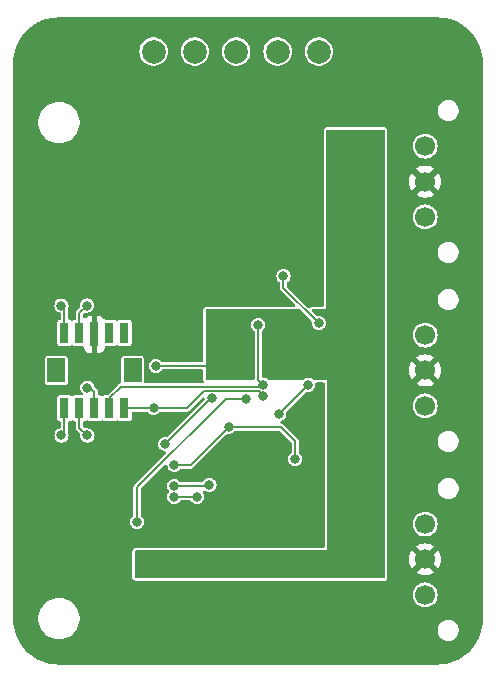
<source format=gbl>
%TF.GenerationSoftware,KiCad,Pcbnew,7.0.9*%
%TF.CreationDate,2023-11-20T14:18:04-06:00*%
%TF.ProjectId,Telemetry-Peripheral-SOM-Daughterboard-IMU,54656c65-6d65-4747-9279-2d5065726970,rev?*%
%TF.SameCoordinates,Original*%
%TF.FileFunction,Copper,L2,Bot*%
%TF.FilePolarity,Positive*%
%FSLAX46Y46*%
G04 Gerber Fmt 4.6, Leading zero omitted, Abs format (unit mm)*
G04 Created by KiCad (PCBNEW 7.0.9) date 2023-11-20 14:18:04*
%MOMM*%
%LPD*%
G01*
G04 APERTURE LIST*
%TA.AperFunction,ComponentPad*%
%ADD10C,1.700000*%
%TD*%
%TA.AperFunction,ComponentPad*%
%ADD11C,2.000000*%
%TD*%
%TA.AperFunction,SMDPad,CuDef*%
%ADD12R,0.800000X1.800000*%
%TD*%
%TA.AperFunction,SMDPad,CuDef*%
%ADD13R,0.800000X2.100000*%
%TD*%
%TA.AperFunction,SMDPad,CuDef*%
%ADD14R,1.550000X2.000000*%
%TD*%
%TA.AperFunction,ViaPad*%
%ADD15C,0.800000*%
%TD*%
%TA.AperFunction,Conductor*%
%ADD16C,0.200000*%
%TD*%
G04 APERTURE END LIST*
D10*
%TO.P,J4,1,Pin_1*%
%TO.N,+3.3V*%
X181000000Y-88000000D03*
%TO.P,J4,2,Pin_2*%
%TO.N,GND*%
X181000000Y-91000000D03*
%TO.P,J4,3,Pin_3*%
%TO.N,Net-(J4-Pin_3)*%
X181000000Y-94000000D03*
%TD*%
%TO.P,J3,1,Pin_1*%
%TO.N,+3.3V*%
X181000000Y-72000000D03*
%TO.P,J3,2,Pin_2*%
%TO.N,GND*%
X181000000Y-75000000D03*
%TO.P,J3,3,Pin_3*%
%TO.N,Net-(J3-Pin_3)*%
X181000000Y-78000000D03*
%TD*%
D11*
%TO.P,Airflow_SDA,1,1*%
%TO.N,/I2C1_SDA*%
X158000000Y-64000000D03*
%TD*%
%TO.P,Temp1,1,1*%
%TO.N,/SPI1_NSS*%
X161500000Y-64000000D03*
%TD*%
%TO.P,Temp3,1,1*%
%TO.N,/PA2*%
X168500000Y-64000000D03*
%TD*%
%TO.P,Airflow_SCL,1,1*%
%TO.N,/I2C1_SCL*%
X165000000Y-64000000D03*
%TD*%
D10*
%TO.P,J2,1,Pin_1*%
%TO.N,+3.3V*%
X181000000Y-104000000D03*
%TO.P,J2,2,Pin_2*%
%TO.N,GND*%
X181000000Y-107000000D03*
%TO.P,J2,3,Pin_3*%
%TO.N,Net-(J2-Pin_3)*%
X181000000Y-110000000D03*
%TD*%
D11*
%TO.P,Temp2,1,1*%
%TO.N,/PA1*%
X172000000Y-64000000D03*
%TD*%
D12*
%TO.P,IC1,1,VREG*%
%TO.N,Net-(IC1-VREG)*%
X150460000Y-87800000D03*
%TO.P,IC1,2,VIN*%
%TO.N,+3.3V*%
X151730000Y-87800000D03*
D13*
%TO.P,IC1,3,GND*%
%TO.N,GND*%
X153000000Y-87950000D03*
D12*
%TO.P,IC1,4,NC_1*%
%TO.N,unconnected-(IC1-NC_1-Pad4)*%
X154270000Y-87800000D03*
%TO.P,IC1,5,NC_2*%
%TO.N,unconnected-(IC1-NC_2-Pad5)*%
X155540000Y-87800000D03*
%TO.P,IC1,6,SDA*%
%TO.N,/I2C1_SDA*%
X155540000Y-94200000D03*
%TO.P,IC1,7,SCL*%
%TO.N,/I2C1_SCL*%
X154270000Y-94200000D03*
%TO.P,IC1,8,TP1*%
%TO.N,Net-(IC1-TP1)*%
X153000000Y-94200000D03*
%TO.P,IC1,9,TP2*%
%TO.N,Net-(IC1-TP2)*%
X151730000Y-94200000D03*
%TO.P,IC1,10,VCM*%
%TO.N,Net-(IC1-VCM)*%
X150460000Y-94200000D03*
D14*
%TO.P,IC1,MP1,MP1*%
%TO.N,unconnected-(IC1-PadMP1)*%
X149775000Y-91000000D03*
%TO.P,IC1,MP2,MP2*%
%TO.N,unconnected-(IC1-PadMP2)*%
X156225000Y-91000000D03*
%TD*%
D15*
%TO.N,+3.3V*%
X176550000Y-72000000D03*
X156931401Y-107500000D03*
X168500000Y-87000000D03*
X162800000Y-90600000D03*
X176500000Y-88000000D03*
X158200000Y-90600000D03*
X176500000Y-104000000D03*
X162750000Y-107500000D03*
X152350000Y-85500000D03*
%TO.N,GND*%
X181000000Y-99000000D03*
X147383830Y-62762558D03*
X146585528Y-109355637D03*
X146583830Y-67762558D03*
X149000000Y-100000000D03*
X158000000Y-111000000D03*
X149000000Y-105000000D03*
X185000000Y-89000000D03*
X185436073Y-112003095D03*
X156000000Y-68000000D03*
X149000000Y-83000000D03*
X184636073Y-114203095D03*
X149783830Y-61762558D03*
X146585528Y-112155637D03*
X181000000Y-83000000D03*
X181793828Y-61675222D03*
X179436073Y-115203095D03*
X168000000Y-102500000D03*
X178993828Y-61675222D03*
X149785528Y-115355637D03*
X170000000Y-78000000D03*
X178200000Y-66800000D03*
X170000000Y-68000000D03*
X147594185Y-114537612D03*
X183993828Y-62475222D03*
X181000000Y-66800000D03*
X152583830Y-61762558D03*
X184500000Y-70000000D03*
X165000000Y-111000000D03*
X184993828Y-67675222D03*
X185436073Y-109203095D03*
X152585528Y-115355637D03*
X163000000Y-68000000D03*
X156000000Y-78000000D03*
X174500000Y-68000000D03*
X163000000Y-78000000D03*
X146583830Y-64962558D03*
X149000000Y-78000000D03*
X184993828Y-64875222D03*
X182236073Y-115203095D03*
%TO.N,/I2C2_SDA*%
X156600000Y-103800000D03*
X165800000Y-93400000D03*
%TO.N,/SPI1_SCK*%
X159739515Y-101701471D03*
X161700000Y-101700000D03*
%TO.N,/I2C1_SCL*%
X167300000Y-92200000D03*
X166863641Y-87136359D03*
%TO.N,/SPI1_MISO*%
X162936460Y-93345689D03*
X159000000Y-97250000D03*
%TO.N,/I2C1_SDA*%
X167300000Y-93126503D03*
X158000000Y-94200000D03*
%TO.N,/SPI1_MOSI*%
X162726500Y-100700000D03*
X159747234Y-100775001D03*
%TO.N,/SPI1_NSS*%
X159773500Y-99000000D03*
X164350000Y-95800000D03*
X170000000Y-98500000D03*
%TO.N,Net-(IC1-VREG)*%
X150200000Y-85500000D03*
%TO.N,Net-(IC1-VCM)*%
X150200000Y-96500000D03*
%TO.N,Net-(IC1-TP2)*%
X152400000Y-96500000D03*
%TO.N,Net-(IC1-TP1)*%
X152400000Y-92450000D03*
%TO.N,/PA1*%
X171100000Y-92200000D03*
X168650000Y-94674502D03*
%TO.N,/PA2*%
X172000000Y-87000000D03*
X169000000Y-83000000D03*
%TD*%
D16*
%TO.N,+3.3V*%
X151730000Y-87800000D02*
X151730000Y-86120000D01*
X151730000Y-86120000D02*
X152350000Y-85500000D01*
X158200000Y-90600000D02*
X162800000Y-90600000D01*
%TO.N,/I2C2_SDA*%
X156600000Y-103800000D02*
X156600000Y-100900000D01*
X164100000Y-93400000D02*
X165800000Y-93400000D01*
X156600000Y-100900000D02*
X164100000Y-93400000D01*
X165800000Y-93463288D02*
X165800000Y-93400000D01*
%TO.N,/SPI1_SCK*%
X161700000Y-101700000D02*
X159740986Y-101700000D01*
X159740986Y-101700000D02*
X159739515Y-101701471D01*
%TO.N,/I2C1_SCL*%
X167300000Y-92200000D02*
X167108311Y-92391689D01*
X155235311Y-92391689D02*
X154270000Y-93357000D01*
X154270000Y-93357000D02*
X154270000Y-94200000D01*
X166863641Y-87136359D02*
X166863641Y-91763641D01*
X166863641Y-91763641D02*
X167300000Y-92200000D01*
X167108311Y-92391689D02*
X155235311Y-92391689D01*
%TO.N,/SPI1_MISO*%
X162904311Y-93345689D02*
X162936460Y-93345689D01*
X159000000Y-97250000D02*
X162904311Y-93345689D01*
%TO.N,/I2C1_SDA*%
X162281311Y-92718689D02*
X160800000Y-94200000D01*
X158000000Y-94200000D02*
X155540000Y-94200000D01*
X166892186Y-92718689D02*
X162281311Y-92718689D01*
X160800000Y-94200000D02*
X158000000Y-94200000D01*
X167300000Y-93126503D02*
X166892186Y-92718689D01*
%TO.N,/SPI1_MOSI*%
X159747234Y-100775001D02*
X162651499Y-100775001D01*
X162651499Y-100775001D02*
X162726500Y-100700000D01*
%TO.N,/SPI1_NSS*%
X161150000Y-99000000D02*
X164350000Y-95800000D01*
X168800000Y-95800000D02*
X164350000Y-95800000D01*
X159773500Y-99000000D02*
X161150000Y-99000000D01*
X170000000Y-97000000D02*
X168800000Y-95800000D01*
X170000000Y-98500000D02*
X170000000Y-97000000D01*
%TO.N,Net-(IC1-VREG)*%
X150460000Y-87800000D02*
X150460000Y-85760000D01*
X150460000Y-85760000D02*
X150200000Y-85500000D01*
%TO.N,Net-(IC1-VCM)*%
X150200000Y-96500000D02*
X150460000Y-96240000D01*
X150460000Y-96240000D02*
X150460000Y-94200000D01*
%TO.N,Net-(IC1-TP2)*%
X151730000Y-95830000D02*
X152400000Y-96500000D01*
X151730000Y-94200000D02*
X151730000Y-95830000D01*
%TO.N,Net-(IC1-TP1)*%
X152650000Y-92450000D02*
X153000000Y-92800000D01*
X153000000Y-92800000D02*
X153000000Y-94200000D01*
X152400000Y-92450000D02*
X152650000Y-92450000D01*
%TO.N,/PA1*%
X168650000Y-94674502D02*
X168650000Y-94650000D01*
X168650000Y-94650000D02*
X171100000Y-92200000D01*
%TO.N,/PA2*%
X169000000Y-84000000D02*
X169000000Y-83000000D01*
X172000000Y-87000000D02*
X169000000Y-84000000D01*
%TD*%
%TA.AperFunction,Conductor*%
%TO.N,GND*%
G36*
X182001424Y-61100566D02*
G01*
X182356938Y-61117003D01*
X182362630Y-61117529D01*
X182713699Y-61166501D01*
X182719318Y-61167551D01*
X183064366Y-61248706D01*
X183069858Y-61250269D01*
X183405954Y-61362917D01*
X183411264Y-61364974D01*
X183735548Y-61508159D01*
X183740648Y-61510698D01*
X183925184Y-61613484D01*
X184050312Y-61683180D01*
X184055183Y-61686196D01*
X184347612Y-61886514D01*
X184352171Y-61889957D01*
X184602000Y-62097412D01*
X184624869Y-62116402D01*
X184629103Y-62120262D01*
X184879737Y-62370896D01*
X184883595Y-62375128D01*
X185110040Y-62647824D01*
X185113485Y-62652387D01*
X185313803Y-62944816D01*
X185316819Y-62949687D01*
X185489295Y-63259340D01*
X185491844Y-63264459D01*
X185635020Y-63588724D01*
X185637084Y-63594051D01*
X185749728Y-63930134D01*
X185751296Y-63935645D01*
X185832446Y-64280673D01*
X185833499Y-64286305D01*
X185882468Y-64637356D01*
X185882996Y-64643061D01*
X185899434Y-64998575D01*
X185899500Y-65001439D01*
X185899500Y-111998560D01*
X185899434Y-112001424D01*
X185882996Y-112356938D01*
X185882468Y-112362643D01*
X185833499Y-112713694D01*
X185832446Y-112719326D01*
X185751296Y-113064354D01*
X185749728Y-113069865D01*
X185637084Y-113405948D01*
X185635017Y-113411283D01*
X185515814Y-113681254D01*
X185491849Y-113735530D01*
X185489295Y-113740659D01*
X185316819Y-114050312D01*
X185313803Y-114055183D01*
X185113485Y-114347612D01*
X185110032Y-114352185D01*
X184883597Y-114624869D01*
X184879737Y-114629103D01*
X184629103Y-114879737D01*
X184624869Y-114883597D01*
X184352185Y-115110032D01*
X184347612Y-115113485D01*
X184055183Y-115313803D01*
X184050312Y-115316819D01*
X183740659Y-115489295D01*
X183735531Y-115491848D01*
X183411283Y-115635017D01*
X183405948Y-115637084D01*
X183069865Y-115749728D01*
X183064354Y-115751296D01*
X182719326Y-115832446D01*
X182713694Y-115833499D01*
X182362643Y-115882468D01*
X182356938Y-115882996D01*
X182001424Y-115899434D01*
X181998560Y-115899500D01*
X150001440Y-115899500D01*
X149998576Y-115899434D01*
X149643061Y-115882996D01*
X149637356Y-115882468D01*
X149286305Y-115833499D01*
X149280673Y-115832446D01*
X148935645Y-115751296D01*
X148930134Y-115749728D01*
X148594051Y-115637084D01*
X148588724Y-115635020D01*
X148264459Y-115491844D01*
X148259340Y-115489295D01*
X147949687Y-115316819D01*
X147944816Y-115313803D01*
X147652387Y-115113485D01*
X147647824Y-115110040D01*
X147375128Y-114883595D01*
X147370896Y-114879737D01*
X147120262Y-114629103D01*
X147116402Y-114624869D01*
X147114343Y-114622389D01*
X146889957Y-114352171D01*
X146886514Y-114347612D01*
X146686196Y-114055183D01*
X146683180Y-114050312D01*
X146585451Y-113874855D01*
X146510698Y-113740648D01*
X146508159Y-113735548D01*
X146364974Y-113411264D01*
X146362915Y-113405948D01*
X146319491Y-113276390D01*
X146250269Y-113069858D01*
X146248706Y-113064366D01*
X146167551Y-112719318D01*
X146166500Y-112713694D01*
X146156609Y-112642788D01*
X146117529Y-112362630D01*
X146117003Y-112356938D01*
X146106579Y-112131489D01*
X148245500Y-112131489D01*
X148284690Y-112391503D01*
X148284692Y-112391509D01*
X148362202Y-112642788D01*
X148476295Y-112879705D01*
X148476297Y-112879707D01*
X148476298Y-112879710D01*
X148624430Y-113096980D01*
X148803290Y-113289746D01*
X149008883Y-113453701D01*
X149236616Y-113585183D01*
X149481402Y-113681254D01*
X149737772Y-113739769D01*
X149737778Y-113739769D01*
X149737781Y-113739770D01*
X149934340Y-113754500D01*
X149934346Y-113754500D01*
X150065660Y-113754500D01*
X150262218Y-113739770D01*
X150262220Y-113739769D01*
X150262228Y-113739769D01*
X150518598Y-113681254D01*
X150763384Y-113585183D01*
X150991117Y-113453701D01*
X151196710Y-113289746D01*
X151375570Y-113096980D01*
X151377950Y-113093489D01*
X182070500Y-113093489D01*
X182109374Y-113276384D01*
X182109376Y-113276390D01*
X182185427Y-113447199D01*
X182185429Y-113447204D01*
X182295330Y-113598469D01*
X182434286Y-113723586D01*
X182596213Y-113817074D01*
X182596215Y-113817075D01*
X182774044Y-113874855D01*
X182913380Y-113889500D01*
X182913385Y-113889500D01*
X183006615Y-113889500D01*
X183006620Y-113889500D01*
X183145956Y-113874855D01*
X183323785Y-113817075D01*
X183485715Y-113723585D01*
X183624669Y-113598470D01*
X183734573Y-113447200D01*
X183810625Y-113276385D01*
X183849500Y-113093490D01*
X183849500Y-112906510D01*
X183810625Y-112723615D01*
X183810623Y-112723609D01*
X183740946Y-112567115D01*
X183734573Y-112552800D01*
X183734570Y-112552796D01*
X183734570Y-112552795D01*
X183624669Y-112401530D01*
X183485713Y-112276413D01*
X183323786Y-112182925D01*
X183145960Y-112125146D01*
X183145958Y-112125145D01*
X183106145Y-112120960D01*
X183006620Y-112110500D01*
X182913380Y-112110500D01*
X182826295Y-112119653D01*
X182774041Y-112125145D01*
X182774039Y-112125146D01*
X182596213Y-112182925D01*
X182434286Y-112276413D01*
X182295330Y-112401530D01*
X182185429Y-112552795D01*
X182185427Y-112552800D01*
X182109376Y-112723609D01*
X182109374Y-112723615D01*
X182070500Y-112906510D01*
X182070500Y-113093489D01*
X151377950Y-113093489D01*
X151523702Y-112879710D01*
X151637798Y-112642788D01*
X151715308Y-112391508D01*
X151754500Y-112131482D01*
X151754500Y-111868518D01*
X151715308Y-111608492D01*
X151637798Y-111357212D01*
X151523702Y-111120290D01*
X151375570Y-110903020D01*
X151196710Y-110710254D01*
X150991117Y-110546299D01*
X150763384Y-110414817D01*
X150518598Y-110318746D01*
X150518593Y-110318744D01*
X150518584Y-110318742D01*
X150300501Y-110268966D01*
X150262228Y-110260231D01*
X150262227Y-110260230D01*
X150262223Y-110260230D01*
X150262218Y-110260229D01*
X150065660Y-110245500D01*
X150065654Y-110245500D01*
X149934346Y-110245500D01*
X149934340Y-110245500D01*
X149737781Y-110260229D01*
X149737776Y-110260230D01*
X149481415Y-110318742D01*
X149481396Y-110318748D01*
X149236615Y-110414817D01*
X149008883Y-110546299D01*
X148803290Y-110710254D01*
X148803288Y-110710256D01*
X148624430Y-110903019D01*
X148476295Y-111120294D01*
X148362202Y-111357211D01*
X148284692Y-111608490D01*
X148284690Y-111608496D01*
X148245500Y-111868510D01*
X148245500Y-112131489D01*
X146106579Y-112131489D01*
X146100566Y-112001424D01*
X146100500Y-111998560D01*
X146100500Y-110000000D01*
X179944417Y-110000000D01*
X179964699Y-110205932D01*
X179994734Y-110304944D01*
X180024768Y-110403954D01*
X180122315Y-110586450D01*
X180122317Y-110586452D01*
X180253589Y-110746410D01*
X180350209Y-110825702D01*
X180413550Y-110877685D01*
X180596046Y-110975232D01*
X180794066Y-111035300D01*
X180794065Y-111035300D01*
X180812529Y-111037118D01*
X181000000Y-111055583D01*
X181205934Y-111035300D01*
X181403954Y-110975232D01*
X181586450Y-110877685D01*
X181746410Y-110746410D01*
X181877685Y-110586450D01*
X181975232Y-110403954D01*
X182035300Y-110205934D01*
X182055583Y-110000000D01*
X182035300Y-109794066D01*
X181975232Y-109596046D01*
X181877685Y-109413550D01*
X181825702Y-109350209D01*
X181746410Y-109253589D01*
X181586452Y-109122317D01*
X181586453Y-109122317D01*
X181586450Y-109122315D01*
X181403954Y-109024768D01*
X181205934Y-108964700D01*
X181205932Y-108964699D01*
X181205934Y-108964699D01*
X181000000Y-108944417D01*
X180794067Y-108964699D01*
X180596043Y-109024769D01*
X180485898Y-109083643D01*
X180413550Y-109122315D01*
X180413548Y-109122316D01*
X180413547Y-109122317D01*
X180253589Y-109253589D01*
X180122317Y-109413547D01*
X180024769Y-109596043D01*
X179964699Y-109794067D01*
X179944417Y-110000000D01*
X146100500Y-110000000D01*
X146100500Y-96500001D01*
X149594318Y-96500001D01*
X149614955Y-96656760D01*
X149614956Y-96656762D01*
X149663006Y-96772766D01*
X149675464Y-96802841D01*
X149771718Y-96928282D01*
X149897159Y-97024536D01*
X150043238Y-97085044D01*
X150107392Y-97093490D01*
X150199999Y-97105682D01*
X150200000Y-97105682D01*
X150200001Y-97105682D01*
X150252254Y-97098802D01*
X150356762Y-97085044D01*
X150502841Y-97024536D01*
X150628282Y-96928282D01*
X150724536Y-96802841D01*
X150785044Y-96656762D01*
X150805682Y-96500000D01*
X150785044Y-96343238D01*
X150774230Y-96317131D01*
X150764923Y-96263950D01*
X150765377Y-96254124D01*
X150765379Y-96254118D01*
X150761094Y-96223405D01*
X150760500Y-96214831D01*
X150760500Y-95424500D01*
X150780185Y-95357461D01*
X150832989Y-95311706D01*
X150873857Y-95302815D01*
X150873688Y-95301097D01*
X150879742Y-95300500D01*
X150879748Y-95300500D01*
X150894568Y-95297552D01*
X150938229Y-95288868D01*
X150938229Y-95288867D01*
X150938231Y-95288867D01*
X151004552Y-95244552D01*
X151004553Y-95244551D01*
X151007319Y-95241786D01*
X151068642Y-95208301D01*
X151138334Y-95213285D01*
X151182681Y-95241786D01*
X151185446Y-95244551D01*
X151251769Y-95288867D01*
X151251770Y-95288868D01*
X151309852Y-95300420D01*
X151310252Y-95300500D01*
X151310257Y-95300500D01*
X151316312Y-95301097D01*
X151316065Y-95303602D01*
X151372539Y-95320185D01*
X151418294Y-95372989D01*
X151429500Y-95424500D01*
X151429500Y-95767158D01*
X151428905Y-95775732D01*
X151427227Y-95787763D01*
X151429434Y-95835509D01*
X151429500Y-95838372D01*
X151429500Y-95857845D01*
X151429993Y-95860482D01*
X151430982Y-95869015D01*
X151432415Y-95899991D01*
X151432416Y-95899997D01*
X151435214Y-95906334D01*
X151443664Y-95933620D01*
X151444937Y-95940429D01*
X151444937Y-95940430D01*
X151461260Y-95966793D01*
X151465263Y-95974386D01*
X151477794Y-96002765D01*
X151477795Y-96002766D01*
X151477796Y-96002768D01*
X151482689Y-96007661D01*
X151500435Y-96030065D01*
X151504077Y-96035948D01*
X151504080Y-96035951D01*
X151528826Y-96054639D01*
X151535311Y-96060282D01*
X151772101Y-96297072D01*
X151805586Y-96358395D01*
X151807359Y-96400938D01*
X151794318Y-96499998D01*
X151794318Y-96500001D01*
X151814955Y-96656760D01*
X151814956Y-96656762D01*
X151863006Y-96772766D01*
X151875464Y-96802841D01*
X151971718Y-96928282D01*
X152097159Y-97024536D01*
X152243238Y-97085044D01*
X152307392Y-97093490D01*
X152399999Y-97105682D01*
X152400000Y-97105682D01*
X152400001Y-97105682D01*
X152452254Y-97098802D01*
X152556762Y-97085044D01*
X152702841Y-97024536D01*
X152828282Y-96928282D01*
X152924536Y-96802841D01*
X152985044Y-96656762D01*
X153005682Y-96500000D01*
X152985044Y-96343238D01*
X152924536Y-96197159D01*
X152828282Y-96071718D01*
X152702841Y-95975464D01*
X152690748Y-95970455D01*
X152556762Y-95914956D01*
X152556760Y-95914955D01*
X152400001Y-95894318D01*
X152399999Y-95894318D01*
X152300938Y-95907359D01*
X152231902Y-95896593D01*
X152197072Y-95872101D01*
X152066819Y-95741848D01*
X152033334Y-95680525D01*
X152030500Y-95654167D01*
X152030500Y-95424500D01*
X152050185Y-95357461D01*
X152102989Y-95311706D01*
X152143857Y-95302815D01*
X152143688Y-95301097D01*
X152149742Y-95300500D01*
X152149748Y-95300500D01*
X152164568Y-95297552D01*
X152208229Y-95288868D01*
X152208229Y-95288867D01*
X152208231Y-95288867D01*
X152274552Y-95244552D01*
X152274553Y-95244551D01*
X152277319Y-95241786D01*
X152338642Y-95208301D01*
X152408334Y-95213285D01*
X152452681Y-95241786D01*
X152455446Y-95244551D01*
X152521769Y-95288867D01*
X152521770Y-95288868D01*
X152580247Y-95300499D01*
X152580250Y-95300500D01*
X152580252Y-95300500D01*
X153419750Y-95300500D01*
X153419751Y-95300499D01*
X153434568Y-95297552D01*
X153478229Y-95288868D01*
X153478229Y-95288867D01*
X153478231Y-95288867D01*
X153544552Y-95244552D01*
X153544553Y-95244551D01*
X153547319Y-95241786D01*
X153608642Y-95208301D01*
X153678334Y-95213285D01*
X153722681Y-95241786D01*
X153725446Y-95244551D01*
X153791769Y-95288867D01*
X153791770Y-95288868D01*
X153850247Y-95300499D01*
X153850250Y-95300500D01*
X153850252Y-95300500D01*
X154689750Y-95300500D01*
X154689751Y-95300499D01*
X154704568Y-95297552D01*
X154748229Y-95288868D01*
X154748229Y-95288867D01*
X154748231Y-95288867D01*
X154814552Y-95244552D01*
X154814553Y-95244551D01*
X154817319Y-95241786D01*
X154878642Y-95208301D01*
X154948334Y-95213285D01*
X154992681Y-95241786D01*
X154995446Y-95244551D01*
X155061769Y-95288867D01*
X155061770Y-95288868D01*
X155120247Y-95300499D01*
X155120250Y-95300500D01*
X155120252Y-95300500D01*
X155959750Y-95300500D01*
X155959751Y-95300499D01*
X155974568Y-95297552D01*
X156018229Y-95288868D01*
X156018229Y-95288867D01*
X156018231Y-95288867D01*
X156084552Y-95244552D01*
X156128867Y-95178231D01*
X156128867Y-95178229D01*
X156128868Y-95178229D01*
X156140499Y-95119752D01*
X156140500Y-95119750D01*
X156140500Y-94624500D01*
X156160185Y-94557461D01*
X156212989Y-94511706D01*
X156264500Y-94500500D01*
X157412518Y-94500500D01*
X157479557Y-94520185D01*
X157510892Y-94549013D01*
X157571718Y-94628282D01*
X157697159Y-94724536D01*
X157843238Y-94785044D01*
X157921619Y-94795363D01*
X157999999Y-94805682D01*
X158000000Y-94805682D01*
X158000001Y-94805682D01*
X158052254Y-94798802D01*
X158156762Y-94785044D01*
X158302841Y-94724536D01*
X158428282Y-94628282D01*
X158489106Y-94549013D01*
X158545534Y-94507811D01*
X158587482Y-94500500D01*
X160737159Y-94500500D01*
X160745733Y-94501095D01*
X160757761Y-94502772D01*
X160757761Y-94502771D01*
X160757765Y-94502773D01*
X160800920Y-94500778D01*
X160805510Y-94500566D01*
X160808373Y-94500500D01*
X160827843Y-94500500D01*
X160827844Y-94500500D01*
X160830469Y-94500009D01*
X160839021Y-94499016D01*
X160840245Y-94498959D01*
X160869992Y-94497585D01*
X160876322Y-94494789D01*
X160903629Y-94486332D01*
X160910433Y-94485061D01*
X160936797Y-94468736D01*
X160944392Y-94464733D01*
X160972765Y-94452206D01*
X160977661Y-94447309D01*
X161000069Y-94429561D01*
X161005952Y-94425919D01*
X161024649Y-94401158D01*
X161030266Y-94394703D01*
X162123721Y-93301249D01*
X162185043Y-93267765D01*
X162254735Y-93272749D01*
X162310668Y-93314621D01*
X162334340Y-93372746D01*
X162340079Y-93416340D01*
X162329313Y-93485376D01*
X162304821Y-93520206D01*
X159202926Y-96622101D01*
X159141603Y-96655586D01*
X159099060Y-96657359D01*
X159000001Y-96644318D01*
X158999999Y-96644318D01*
X158843239Y-96664955D01*
X158843237Y-96664956D01*
X158697160Y-96725463D01*
X158571718Y-96821718D01*
X158475463Y-96947160D01*
X158414956Y-97093237D01*
X158414955Y-97093239D01*
X158394318Y-97249998D01*
X158394318Y-97250001D01*
X158414955Y-97406760D01*
X158414956Y-97406762D01*
X158475464Y-97552841D01*
X158571718Y-97678282D01*
X158697159Y-97774536D01*
X158843238Y-97835044D01*
X158944533Y-97848379D01*
X159008428Y-97876645D01*
X159046900Y-97934969D01*
X159047732Y-98004834D01*
X159016028Y-98058999D01*
X156431948Y-100643080D01*
X156425464Y-100648722D01*
X156415768Y-100656044D01*
X156383559Y-100691374D01*
X156381585Y-100693442D01*
X156367827Y-100707200D01*
X156367822Y-100707206D01*
X156366306Y-100709420D01*
X156360976Y-100716148D01*
X156340083Y-100739066D01*
X156340083Y-100739067D01*
X156337578Y-100745533D01*
X156324259Y-100770802D01*
X156320345Y-100776515D01*
X156320343Y-100776521D01*
X156313244Y-100806699D01*
X156310702Y-100814907D01*
X156299500Y-100843826D01*
X156299500Y-100850751D01*
X156296206Y-100879141D01*
X156294621Y-100885877D01*
X156294621Y-100885881D01*
X156298905Y-100916590D01*
X156299500Y-100925166D01*
X156299500Y-103212518D01*
X156279815Y-103279557D01*
X156250986Y-103310894D01*
X156171719Y-103371716D01*
X156075463Y-103497160D01*
X156014956Y-103643237D01*
X156014955Y-103643239D01*
X155994318Y-103799998D01*
X155994318Y-103800001D01*
X156014955Y-103956760D01*
X156014956Y-103956762D01*
X156075464Y-104102841D01*
X156171718Y-104228282D01*
X156297159Y-104324536D01*
X156443238Y-104385044D01*
X156521619Y-104395363D01*
X156599999Y-104405682D01*
X156600000Y-104405682D01*
X156600001Y-104405682D01*
X156652254Y-104398802D01*
X156756762Y-104385044D01*
X156902841Y-104324536D01*
X157028282Y-104228282D01*
X157124536Y-104102841D01*
X157185044Y-103956762D01*
X157205682Y-103800000D01*
X157185044Y-103643238D01*
X157124536Y-103497159D01*
X157028282Y-103371718D01*
X157028280Y-103371717D01*
X157028280Y-103371716D01*
X156949014Y-103310894D01*
X156907811Y-103254466D01*
X156900500Y-103212518D01*
X156900500Y-101701472D01*
X159133833Y-101701472D01*
X159154470Y-101858231D01*
X159154471Y-101858233D01*
X159214979Y-102004312D01*
X159311233Y-102129753D01*
X159436674Y-102226007D01*
X159582753Y-102286515D01*
X159661134Y-102296834D01*
X159739514Y-102307153D01*
X159739515Y-102307153D01*
X159739516Y-102307153D01*
X159791769Y-102300273D01*
X159896277Y-102286515D01*
X160042356Y-102226007D01*
X160167797Y-102129753D01*
X160229750Y-102049013D01*
X160286178Y-102007811D01*
X160328126Y-102000500D01*
X161112518Y-102000500D01*
X161179557Y-102020185D01*
X161210892Y-102049013D01*
X161271718Y-102128282D01*
X161397159Y-102224536D01*
X161543238Y-102285044D01*
X161621619Y-102295363D01*
X161699999Y-102305682D01*
X161700000Y-102305682D01*
X161700001Y-102305682D01*
X161752254Y-102298802D01*
X161856762Y-102285044D01*
X162002841Y-102224536D01*
X162128282Y-102128282D01*
X162224536Y-102002841D01*
X162285044Y-101856762D01*
X162305682Y-101700000D01*
X162285044Y-101543238D01*
X162224536Y-101397159D01*
X162224535Y-101397158D01*
X162224535Y-101397157D01*
X162190679Y-101353036D01*
X162165484Y-101287867D01*
X162179522Y-101219422D01*
X162228335Y-101169432D01*
X162296426Y-101153768D01*
X162362177Y-101177404D01*
X162364540Y-101179173D01*
X162423657Y-101224535D01*
X162423658Y-101224535D01*
X162423659Y-101224536D01*
X162569738Y-101285044D01*
X162617516Y-101291334D01*
X162726499Y-101305682D01*
X162726500Y-101305682D01*
X162726501Y-101305682D01*
X162778754Y-101298802D01*
X162883262Y-101285044D01*
X163029341Y-101224536D01*
X163154782Y-101128282D01*
X163251036Y-101002841D01*
X163311544Y-100856762D01*
X163325302Y-100752254D01*
X163332182Y-100700001D01*
X163332182Y-100699998D01*
X163311544Y-100543239D01*
X163311544Y-100543238D01*
X163251036Y-100397159D01*
X163154782Y-100271718D01*
X163029341Y-100175464D01*
X162883262Y-100114956D01*
X162883260Y-100114955D01*
X162726501Y-100094318D01*
X162726499Y-100094318D01*
X162569739Y-100114955D01*
X162569737Y-100114956D01*
X162423660Y-100175463D01*
X162298218Y-100271718D01*
X162201963Y-100397160D01*
X162201636Y-100397951D01*
X162201178Y-100398518D01*
X162197901Y-100404196D01*
X162197015Y-100403684D01*
X162157796Y-100452356D01*
X162091503Y-100474422D01*
X162087074Y-100474501D01*
X160334716Y-100474501D01*
X160267677Y-100454816D01*
X160236340Y-100425987D01*
X160219619Y-100404196D01*
X160175516Y-100346719D01*
X160050075Y-100250465D01*
X159903996Y-100189957D01*
X159903994Y-100189956D01*
X159747235Y-100169319D01*
X159747233Y-100169319D01*
X159590473Y-100189956D01*
X159590471Y-100189957D01*
X159444394Y-100250464D01*
X159318952Y-100346719D01*
X159222697Y-100472161D01*
X159162190Y-100618238D01*
X159162189Y-100618240D01*
X159141552Y-100774999D01*
X159141552Y-100775002D01*
X159162189Y-100931761D01*
X159162190Y-100931763D01*
X159222698Y-101077843D01*
X159283990Y-101157720D01*
X159309184Y-101222889D01*
X159295146Y-101291334D01*
X159283990Y-101308692D01*
X159214979Y-101398628D01*
X159154471Y-101544708D01*
X159154470Y-101544710D01*
X159133833Y-101701469D01*
X159133833Y-101701472D01*
X156900500Y-101701472D01*
X156900500Y-101075833D01*
X156920185Y-101008794D01*
X156936819Y-100988152D01*
X158961766Y-98963204D01*
X159023089Y-98929719D01*
X159092781Y-98934703D01*
X159148714Y-98976575D01*
X159172386Y-99034699D01*
X159188456Y-99156761D01*
X159188456Y-99156762D01*
X159248021Y-99300566D01*
X159248964Y-99302841D01*
X159345218Y-99428282D01*
X159470659Y-99524536D01*
X159616738Y-99585044D01*
X159695119Y-99595363D01*
X159773499Y-99605682D01*
X159773500Y-99605682D01*
X159773501Y-99605682D01*
X159825754Y-99598802D01*
X159930262Y-99585044D01*
X160076341Y-99524536D01*
X160201782Y-99428282D01*
X160262606Y-99349013D01*
X160319034Y-99307811D01*
X160360982Y-99300500D01*
X161087159Y-99300500D01*
X161095733Y-99301095D01*
X161107761Y-99302772D01*
X161107761Y-99302771D01*
X161107765Y-99302773D01*
X161150920Y-99300778D01*
X161155510Y-99300566D01*
X161158373Y-99300500D01*
X161177843Y-99300500D01*
X161177844Y-99300500D01*
X161180469Y-99300009D01*
X161189021Y-99299016D01*
X161190245Y-99298959D01*
X161219992Y-99297585D01*
X161226322Y-99294789D01*
X161253629Y-99286332D01*
X161260433Y-99285061D01*
X161286797Y-99268736D01*
X161294392Y-99264733D01*
X161322765Y-99252206D01*
X161327661Y-99247309D01*
X161350069Y-99229561D01*
X161355952Y-99225919D01*
X161374649Y-99201158D01*
X161380266Y-99194703D01*
X164147073Y-96427896D01*
X164208394Y-96394413D01*
X164250936Y-96392640D01*
X164350000Y-96405682D01*
X164350001Y-96405682D01*
X164402254Y-96398802D01*
X164506762Y-96385044D01*
X164652841Y-96324536D01*
X164778282Y-96228282D01*
X164839106Y-96149013D01*
X164895534Y-96107811D01*
X164937482Y-96100500D01*
X168624167Y-96100500D01*
X168691206Y-96120185D01*
X168711848Y-96136819D01*
X169663181Y-97088152D01*
X169696666Y-97149475D01*
X169699500Y-97175833D01*
X169699500Y-97912518D01*
X169679815Y-97979557D01*
X169650986Y-98010894D01*
X169571719Y-98071716D01*
X169475463Y-98197160D01*
X169414956Y-98343237D01*
X169414955Y-98343239D01*
X169394318Y-98499998D01*
X169394318Y-98500001D01*
X169414955Y-98656760D01*
X169414956Y-98656762D01*
X169475464Y-98802841D01*
X169571718Y-98928282D01*
X169697159Y-99024536D01*
X169843238Y-99085044D01*
X169921619Y-99095363D01*
X169999999Y-99105682D01*
X170000000Y-99105682D01*
X170000001Y-99105682D01*
X170052254Y-99098802D01*
X170156762Y-99085044D01*
X170302841Y-99024536D01*
X170428282Y-98928282D01*
X170524536Y-98802841D01*
X170585044Y-98656762D01*
X170605682Y-98500000D01*
X170585044Y-98343238D01*
X170524536Y-98197159D01*
X170428282Y-98071718D01*
X170428280Y-98071717D01*
X170428280Y-98071716D01*
X170349014Y-98010894D01*
X170307811Y-97954466D01*
X170300500Y-97912518D01*
X170300500Y-97062838D01*
X170301095Y-97054262D01*
X170302771Y-97042239D01*
X170302773Y-97042235D01*
X170300566Y-96994490D01*
X170300500Y-96991627D01*
X170300500Y-96972159D01*
X170300499Y-96972153D01*
X170300009Y-96969533D01*
X170299016Y-96960980D01*
X170298377Y-96947159D01*
X170297585Y-96930008D01*
X170294788Y-96923675D01*
X170286332Y-96896368D01*
X170285061Y-96889567D01*
X170268736Y-96863202D01*
X170264735Y-96855612D01*
X170252206Y-96827235D01*
X170247309Y-96822338D01*
X170229563Y-96799934D01*
X170225918Y-96794047D01*
X170201172Y-96775360D01*
X170194694Y-96769723D01*
X169056922Y-95631951D01*
X169051278Y-95625465D01*
X169043956Y-95615770D01*
X169008624Y-95583560D01*
X169006573Y-95581602D01*
X168992797Y-95567826D01*
X168990586Y-95566311D01*
X168983853Y-95560978D01*
X168960933Y-95540084D01*
X168954470Y-95537580D01*
X168929192Y-95524256D01*
X168923481Y-95520344D01*
X168923478Y-95520343D01*
X168923479Y-95520343D01*
X168893302Y-95513244D01*
X168885094Y-95510703D01*
X168856173Y-95499500D01*
X168850851Y-95499500D01*
X168783812Y-95479815D01*
X168738057Y-95427011D01*
X168728113Y-95357853D01*
X168757138Y-95294297D01*
X168803398Y-95260939D01*
X168806760Y-95259546D01*
X168806762Y-95259546D01*
X168952841Y-95199038D01*
X169078282Y-95102784D01*
X169174536Y-94977343D01*
X169235044Y-94831264D01*
X169255682Y-94674502D01*
X169239789Y-94553785D01*
X169250554Y-94484754D01*
X169275044Y-94449925D01*
X170897073Y-92827896D01*
X170958394Y-92794413D01*
X171000936Y-92792640D01*
X171100000Y-92805682D01*
X171100001Y-92805682D01*
X171152254Y-92798802D01*
X171256762Y-92785044D01*
X171402841Y-92724536D01*
X171528282Y-92628282D01*
X171624536Y-92502841D01*
X171685044Y-92356762D01*
X171705682Y-92200000D01*
X171698531Y-92145684D01*
X171709296Y-92076651D01*
X171755676Y-92024395D01*
X171821470Y-92005500D01*
X172370500Y-92005500D01*
X172437539Y-92025185D01*
X172483294Y-92077989D01*
X172494500Y-92129500D01*
X172494500Y-105870500D01*
X172474815Y-105937539D01*
X172422011Y-105983294D01*
X172370500Y-105994500D01*
X156523992Y-105994500D01*
X156480313Y-105999197D01*
X156428807Y-106010402D01*
X156418629Y-106012889D01*
X156418624Y-106012891D01*
X156337916Y-106055899D01*
X156337913Y-106055901D01*
X156293244Y-106094607D01*
X156285111Y-106101655D01*
X156267159Y-106119243D01*
X156267154Y-106119249D01*
X156222511Y-106199059D01*
X156222509Y-106199064D01*
X156202826Y-106266096D01*
X156202825Y-106266101D01*
X156202825Y-106266102D01*
X156194728Y-106322419D01*
X156194500Y-106324003D01*
X156194500Y-108476007D01*
X156199197Y-108519686D01*
X156210402Y-108571193D01*
X156212889Y-108581370D01*
X156212890Y-108581373D01*
X156255900Y-108662085D01*
X156301655Y-108714889D01*
X156319246Y-108732843D01*
X156319247Y-108732844D01*
X156319249Y-108732845D01*
X156399059Y-108777488D01*
X156399063Y-108777490D01*
X156466102Y-108797175D01*
X156524000Y-108805500D01*
X156524004Y-108805500D01*
X177475991Y-108805500D01*
X177476000Y-108805500D01*
X177519684Y-108800803D01*
X177545439Y-108795200D01*
X177571193Y-108789598D01*
X177575374Y-108788575D01*
X177581373Y-108787110D01*
X177662085Y-108744100D01*
X177714889Y-108698345D01*
X177732843Y-108680754D01*
X177777490Y-108600937D01*
X177797175Y-108533898D01*
X177805500Y-108476000D01*
X177805500Y-107000001D01*
X179644843Y-107000001D01*
X179665430Y-107235315D01*
X179665432Y-107235326D01*
X179726566Y-107463483D01*
X179726570Y-107463492D01*
X179826400Y-107677579D01*
X179826402Y-107677583D01*
X179885072Y-107761373D01*
X179885073Y-107761373D01*
X180508866Y-107137580D01*
X180531318Y-107214040D01*
X180610605Y-107337413D01*
X180721438Y-107433451D01*
X180854839Y-107494373D01*
X180858633Y-107494918D01*
X180238625Y-108114925D01*
X180322421Y-108173599D01*
X180536507Y-108273429D01*
X180536516Y-108273433D01*
X180764673Y-108334567D01*
X180764684Y-108334569D01*
X180999998Y-108355157D01*
X181000002Y-108355157D01*
X181235315Y-108334569D01*
X181235326Y-108334567D01*
X181463483Y-108273433D01*
X181463492Y-108273429D01*
X181677578Y-108173600D01*
X181677582Y-108173598D01*
X181761373Y-108114926D01*
X181761373Y-108114925D01*
X181141365Y-107494918D01*
X181145161Y-107494373D01*
X181278562Y-107433451D01*
X181389395Y-107337413D01*
X181468682Y-107214040D01*
X181491133Y-107137580D01*
X182114925Y-107761373D01*
X182114926Y-107761373D01*
X182173598Y-107677582D01*
X182173600Y-107677578D01*
X182273429Y-107463492D01*
X182273433Y-107463483D01*
X182334567Y-107235326D01*
X182334569Y-107235315D01*
X182355157Y-107000001D01*
X182355157Y-106999998D01*
X182334569Y-106764684D01*
X182334567Y-106764673D01*
X182273433Y-106536516D01*
X182273429Y-106536507D01*
X182173600Y-106322423D01*
X182173599Y-106322421D01*
X182114925Y-106238626D01*
X182114925Y-106238625D01*
X181491132Y-106862418D01*
X181468682Y-106785960D01*
X181389395Y-106662587D01*
X181278562Y-106566549D01*
X181145161Y-106505627D01*
X181141366Y-106505081D01*
X181761373Y-105885073D01*
X181761373Y-105885072D01*
X181677583Y-105826402D01*
X181677579Y-105826400D01*
X181463492Y-105726570D01*
X181463483Y-105726566D01*
X181235326Y-105665432D01*
X181235315Y-105665430D01*
X181000002Y-105644843D01*
X180999998Y-105644843D01*
X180764684Y-105665430D01*
X180764673Y-105665432D01*
X180536516Y-105726566D01*
X180536507Y-105726570D01*
X180322419Y-105826401D01*
X180238625Y-105885072D01*
X180858634Y-106505081D01*
X180854839Y-106505627D01*
X180721438Y-106566549D01*
X180610605Y-106662587D01*
X180531318Y-106785960D01*
X180508867Y-106862419D01*
X179885073Y-106238625D01*
X179885072Y-106238625D01*
X179826401Y-106322419D01*
X179726570Y-106536507D01*
X179726566Y-106536516D01*
X179665432Y-106764673D01*
X179665430Y-106764684D01*
X179644843Y-106999998D01*
X179644843Y-107000001D01*
X177805500Y-107000001D01*
X177805500Y-104000000D01*
X179944417Y-104000000D01*
X179964699Y-104205932D01*
X179964700Y-104205934D01*
X180024768Y-104403954D01*
X180122315Y-104586450D01*
X180122317Y-104586452D01*
X180253589Y-104746410D01*
X180350209Y-104825702D01*
X180413550Y-104877685D01*
X180596046Y-104975232D01*
X180794066Y-105035300D01*
X180794065Y-105035300D01*
X180812529Y-105037118D01*
X181000000Y-105055583D01*
X181205934Y-105035300D01*
X181403954Y-104975232D01*
X181586450Y-104877685D01*
X181746410Y-104746410D01*
X181877685Y-104586450D01*
X181975232Y-104403954D01*
X182035300Y-104205934D01*
X182055583Y-104000000D01*
X182035300Y-103794066D01*
X181975232Y-103596046D01*
X181877685Y-103413550D01*
X181793438Y-103310894D01*
X181746410Y-103253589D01*
X181586452Y-103122317D01*
X181586453Y-103122317D01*
X181586450Y-103122315D01*
X181403954Y-103024768D01*
X181205934Y-102964700D01*
X181205932Y-102964699D01*
X181205934Y-102964699D01*
X181000000Y-102944417D01*
X180794067Y-102964699D01*
X180596043Y-103024769D01*
X180485898Y-103083643D01*
X180413550Y-103122315D01*
X180413548Y-103122316D01*
X180413547Y-103122317D01*
X180253589Y-103253589D01*
X180122317Y-103413547D01*
X180024769Y-103596043D01*
X179964699Y-103794067D01*
X179944417Y-104000000D01*
X177805500Y-104000000D01*
X177805500Y-101093490D01*
X182070500Y-101093490D01*
X182075063Y-101114956D01*
X182109374Y-101276384D01*
X182109376Y-101276390D01*
X182185427Y-101447199D01*
X182185429Y-101447204D01*
X182295330Y-101598469D01*
X182434286Y-101723586D01*
X182596213Y-101817074D01*
X182596215Y-101817075D01*
X182774044Y-101874855D01*
X182913380Y-101889500D01*
X182913385Y-101889500D01*
X183006615Y-101889500D01*
X183006620Y-101889500D01*
X183145956Y-101874855D01*
X183323785Y-101817075D01*
X183485715Y-101723585D01*
X183624669Y-101598470D01*
X183734573Y-101447200D01*
X183810625Y-101276385D01*
X183849500Y-101093490D01*
X183849500Y-100906510D01*
X183810625Y-100723615D01*
X183810623Y-100723609D01*
X183763708Y-100618238D01*
X183734573Y-100552800D01*
X183734570Y-100552796D01*
X183734570Y-100552795D01*
X183624669Y-100401530D01*
X183485713Y-100276413D01*
X183323786Y-100182925D01*
X183145960Y-100125146D01*
X183145958Y-100125145D01*
X183106145Y-100120960D01*
X183006620Y-100110500D01*
X182913380Y-100110500D01*
X182826295Y-100119653D01*
X182774041Y-100125145D01*
X182774039Y-100125146D01*
X182596213Y-100182925D01*
X182434286Y-100276413D01*
X182295330Y-100401530D01*
X182185429Y-100552795D01*
X182185427Y-100552800D01*
X182109376Y-100723609D01*
X182109374Y-100723615D01*
X182081074Y-100856762D01*
X182070500Y-100906510D01*
X182070500Y-101093490D01*
X177805500Y-101093490D01*
X177805500Y-97093490D01*
X182070500Y-97093490D01*
X182077085Y-97124471D01*
X182109374Y-97276384D01*
X182109376Y-97276390D01*
X182185427Y-97447199D01*
X182185429Y-97447204D01*
X182295330Y-97598469D01*
X182434286Y-97723586D01*
X182522535Y-97774536D01*
X182596215Y-97817075D01*
X182774044Y-97874855D01*
X182913380Y-97889500D01*
X182913385Y-97889500D01*
X183006615Y-97889500D01*
X183006620Y-97889500D01*
X183145956Y-97874855D01*
X183323785Y-97817075D01*
X183485715Y-97723585D01*
X183624669Y-97598470D01*
X183734573Y-97447200D01*
X183810625Y-97276385D01*
X183849500Y-97093490D01*
X183849500Y-96906510D01*
X183810625Y-96723615D01*
X183810623Y-96723609D01*
X183780073Y-96654996D01*
X183734573Y-96552800D01*
X183734570Y-96552796D01*
X183734570Y-96552795D01*
X183624669Y-96401530D01*
X183485713Y-96276413D01*
X183323786Y-96182925D01*
X183145960Y-96125146D01*
X183145958Y-96125145D01*
X183098765Y-96120185D01*
X183006620Y-96110500D01*
X182913380Y-96110500D01*
X182826295Y-96119653D01*
X182774041Y-96125145D01*
X182774039Y-96125146D01*
X182596213Y-96182925D01*
X182434286Y-96276413D01*
X182295330Y-96401530D01*
X182185429Y-96552795D01*
X182185427Y-96552800D01*
X182109376Y-96723609D01*
X182109374Y-96723615D01*
X182074101Y-96889567D01*
X182070500Y-96906510D01*
X182070500Y-97093490D01*
X177805500Y-97093490D01*
X177805500Y-94000000D01*
X179944417Y-94000000D01*
X179964699Y-94205932D01*
X179964700Y-94205934D01*
X180024768Y-94403954D01*
X180122315Y-94586450D01*
X180122317Y-94586452D01*
X180253589Y-94746410D01*
X180350209Y-94825702D01*
X180413550Y-94877685D01*
X180596046Y-94975232D01*
X180794066Y-95035300D01*
X180794065Y-95035300D01*
X180812529Y-95037118D01*
X181000000Y-95055583D01*
X181205934Y-95035300D01*
X181403954Y-94975232D01*
X181586450Y-94877685D01*
X181746410Y-94746410D01*
X181877685Y-94586450D01*
X181975232Y-94403954D01*
X182035300Y-94205934D01*
X182055583Y-94000000D01*
X182035300Y-93794066D01*
X181975232Y-93596046D01*
X181877685Y-93413550D01*
X181796497Y-93314621D01*
X181746410Y-93253589D01*
X181600113Y-93133528D01*
X181586450Y-93122315D01*
X181403954Y-93024768D01*
X181205934Y-92964700D01*
X181205932Y-92964699D01*
X181205934Y-92964699D01*
X181000000Y-92944417D01*
X180794067Y-92964699D01*
X180596043Y-93024769D01*
X180538210Y-93055682D01*
X180413550Y-93122315D01*
X180413548Y-93122316D01*
X180413547Y-93122317D01*
X180253589Y-93253589D01*
X180122317Y-93413547D01*
X180024769Y-93596043D01*
X179964699Y-93794067D01*
X179944417Y-94000000D01*
X177805500Y-94000000D01*
X177805500Y-91000001D01*
X179644843Y-91000001D01*
X179665430Y-91235315D01*
X179665432Y-91235326D01*
X179726566Y-91463483D01*
X179726570Y-91463492D01*
X179826400Y-91677579D01*
X179826402Y-91677583D01*
X179885072Y-91761373D01*
X179885073Y-91761373D01*
X180508866Y-91137580D01*
X180531318Y-91214040D01*
X180610605Y-91337413D01*
X180721438Y-91433451D01*
X180854839Y-91494373D01*
X180858633Y-91494918D01*
X180238625Y-92114925D01*
X180322421Y-92173599D01*
X180536507Y-92273429D01*
X180536516Y-92273433D01*
X180764673Y-92334567D01*
X180764684Y-92334569D01*
X180999998Y-92355157D01*
X181000002Y-92355157D01*
X181235315Y-92334569D01*
X181235326Y-92334567D01*
X181463483Y-92273433D01*
X181463492Y-92273429D01*
X181677578Y-92173600D01*
X181677582Y-92173598D01*
X181761373Y-92114926D01*
X181761373Y-92114925D01*
X181141365Y-91494918D01*
X181145161Y-91494373D01*
X181278562Y-91433451D01*
X181389395Y-91337413D01*
X181468682Y-91214040D01*
X181491133Y-91137580D01*
X182114925Y-91761373D01*
X182114926Y-91761373D01*
X182173598Y-91677582D01*
X182173600Y-91677578D01*
X182273429Y-91463492D01*
X182273433Y-91463483D01*
X182334567Y-91235326D01*
X182334569Y-91235315D01*
X182355157Y-91000001D01*
X182355157Y-90999998D01*
X182334569Y-90764684D01*
X182334567Y-90764673D01*
X182273433Y-90536516D01*
X182273429Y-90536507D01*
X182173600Y-90322423D01*
X182173599Y-90322421D01*
X182114925Y-90238626D01*
X182114925Y-90238625D01*
X181491132Y-90862418D01*
X181468682Y-90785960D01*
X181389395Y-90662587D01*
X181278562Y-90566549D01*
X181145161Y-90505627D01*
X181141366Y-90505081D01*
X181761373Y-89885073D01*
X181761373Y-89885072D01*
X181677583Y-89826402D01*
X181677579Y-89826400D01*
X181463492Y-89726570D01*
X181463483Y-89726566D01*
X181235326Y-89665432D01*
X181235315Y-89665430D01*
X181000002Y-89644843D01*
X180999998Y-89644843D01*
X180764684Y-89665430D01*
X180764673Y-89665432D01*
X180536516Y-89726566D01*
X180536507Y-89726570D01*
X180322419Y-89826401D01*
X180238625Y-89885072D01*
X180858634Y-90505081D01*
X180854839Y-90505627D01*
X180721438Y-90566549D01*
X180610605Y-90662587D01*
X180531318Y-90785960D01*
X180508867Y-90862419D01*
X179885073Y-90238625D01*
X179885072Y-90238625D01*
X179826401Y-90322419D01*
X179726570Y-90536507D01*
X179726566Y-90536516D01*
X179665432Y-90764673D01*
X179665430Y-90764684D01*
X179644843Y-90999998D01*
X179644843Y-91000001D01*
X177805500Y-91000001D01*
X177805500Y-88000000D01*
X179944417Y-88000000D01*
X179964699Y-88205932D01*
X179964700Y-88205934D01*
X180024768Y-88403954D01*
X180122315Y-88586450D01*
X180122317Y-88586452D01*
X180253589Y-88746410D01*
X180292364Y-88778231D01*
X180413550Y-88877685D01*
X180596046Y-88975232D01*
X180794066Y-89035300D01*
X180794065Y-89035300D01*
X180812529Y-89037118D01*
X181000000Y-89055583D01*
X181205934Y-89035300D01*
X181403954Y-88975232D01*
X181586450Y-88877685D01*
X181746410Y-88746410D01*
X181877685Y-88586450D01*
X181975232Y-88403954D01*
X182035300Y-88205934D01*
X182055583Y-88000000D01*
X182035300Y-87794066D01*
X181975232Y-87596046D01*
X181877685Y-87413550D01*
X181825702Y-87350209D01*
X181746410Y-87253589D01*
X181586452Y-87122317D01*
X181586453Y-87122317D01*
X181586450Y-87122315D01*
X181403954Y-87024768D01*
X181205934Y-86964700D01*
X181205932Y-86964699D01*
X181205934Y-86964699D01*
X181000000Y-86944417D01*
X180794067Y-86964699D01*
X180596043Y-87024769D01*
X180485898Y-87083643D01*
X180413550Y-87122315D01*
X180413548Y-87122316D01*
X180413547Y-87122317D01*
X180253589Y-87253589D01*
X180122317Y-87413547D01*
X180024769Y-87596043D01*
X179964699Y-87794067D01*
X179944417Y-88000000D01*
X177805500Y-88000000D01*
X177805500Y-85093489D01*
X182070500Y-85093489D01*
X182109374Y-85276384D01*
X182109376Y-85276390D01*
X182165168Y-85401698D01*
X182184065Y-85444142D01*
X182185427Y-85447199D01*
X182185429Y-85447204D01*
X182292771Y-85594947D01*
X182295331Y-85598470D01*
X182305662Y-85607772D01*
X182434286Y-85723586D01*
X182596213Y-85817074D01*
X182596215Y-85817075D01*
X182774044Y-85874855D01*
X182913380Y-85889500D01*
X182913385Y-85889500D01*
X183006615Y-85889500D01*
X183006620Y-85889500D01*
X183145956Y-85874855D01*
X183323785Y-85817075D01*
X183485715Y-85723585D01*
X183624669Y-85598470D01*
X183734573Y-85447200D01*
X183810625Y-85276385D01*
X183849500Y-85093490D01*
X183849500Y-84906510D01*
X183810625Y-84723615D01*
X183810623Y-84723609D01*
X183780073Y-84654996D01*
X183734573Y-84552800D01*
X183734570Y-84552796D01*
X183734570Y-84552795D01*
X183624669Y-84401530D01*
X183485713Y-84276413D01*
X183323786Y-84182925D01*
X183145960Y-84125146D01*
X183145958Y-84125145D01*
X183106145Y-84120960D01*
X183006620Y-84110500D01*
X182913380Y-84110500D01*
X182826295Y-84119653D01*
X182774041Y-84125145D01*
X182774039Y-84125146D01*
X182596213Y-84182925D01*
X182434286Y-84276413D01*
X182295330Y-84401530D01*
X182185429Y-84552795D01*
X182185427Y-84552800D01*
X182109376Y-84723609D01*
X182109374Y-84723615D01*
X182070500Y-84906510D01*
X182070500Y-85093489D01*
X177805500Y-85093489D01*
X177805500Y-81093489D01*
X182070500Y-81093489D01*
X182109374Y-81276384D01*
X182109376Y-81276390D01*
X182185427Y-81447199D01*
X182185429Y-81447204D01*
X182295330Y-81598469D01*
X182434286Y-81723586D01*
X182596213Y-81817074D01*
X182596215Y-81817075D01*
X182774044Y-81874855D01*
X182913380Y-81889500D01*
X182913385Y-81889500D01*
X183006615Y-81889500D01*
X183006620Y-81889500D01*
X183145956Y-81874855D01*
X183323785Y-81817075D01*
X183485715Y-81723585D01*
X183624669Y-81598470D01*
X183734573Y-81447200D01*
X183810625Y-81276385D01*
X183849500Y-81093490D01*
X183849500Y-80906510D01*
X183810625Y-80723615D01*
X183810623Y-80723609D01*
X183780073Y-80654996D01*
X183734573Y-80552800D01*
X183734570Y-80552796D01*
X183734570Y-80552795D01*
X183624669Y-80401530D01*
X183485713Y-80276413D01*
X183323786Y-80182925D01*
X183145960Y-80125146D01*
X183145958Y-80125145D01*
X183106145Y-80120960D01*
X183006620Y-80110500D01*
X182913380Y-80110500D01*
X182826295Y-80119653D01*
X182774041Y-80125145D01*
X182774039Y-80125146D01*
X182596213Y-80182925D01*
X182434286Y-80276413D01*
X182295330Y-80401530D01*
X182185429Y-80552795D01*
X182185427Y-80552800D01*
X182109376Y-80723609D01*
X182109374Y-80723615D01*
X182070500Y-80906510D01*
X182070500Y-81093489D01*
X177805500Y-81093489D01*
X177805500Y-78000000D01*
X179944417Y-78000000D01*
X179964699Y-78205932D01*
X179964700Y-78205934D01*
X180024768Y-78403954D01*
X180122315Y-78586450D01*
X180122317Y-78586452D01*
X180253589Y-78746410D01*
X180350209Y-78825702D01*
X180413550Y-78877685D01*
X180596046Y-78975232D01*
X180794066Y-79035300D01*
X180794065Y-79035300D01*
X180812529Y-79037118D01*
X181000000Y-79055583D01*
X181205934Y-79035300D01*
X181403954Y-78975232D01*
X181586450Y-78877685D01*
X181746410Y-78746410D01*
X181877685Y-78586450D01*
X181975232Y-78403954D01*
X182035300Y-78205934D01*
X182055583Y-78000000D01*
X182035300Y-77794066D01*
X181975232Y-77596046D01*
X181877685Y-77413550D01*
X181825702Y-77350209D01*
X181746410Y-77253589D01*
X181586452Y-77122317D01*
X181586453Y-77122317D01*
X181586450Y-77122315D01*
X181403954Y-77024768D01*
X181205934Y-76964700D01*
X181205932Y-76964699D01*
X181205934Y-76964699D01*
X181000000Y-76944417D01*
X180794067Y-76964699D01*
X180596043Y-77024769D01*
X180485898Y-77083643D01*
X180413550Y-77122315D01*
X180413548Y-77122316D01*
X180413547Y-77122317D01*
X180253589Y-77253589D01*
X180122317Y-77413547D01*
X180024769Y-77596043D01*
X179964699Y-77794067D01*
X179944417Y-78000000D01*
X177805500Y-78000000D01*
X177805500Y-75000001D01*
X179644843Y-75000001D01*
X179665430Y-75235315D01*
X179665432Y-75235326D01*
X179726566Y-75463483D01*
X179726570Y-75463492D01*
X179826400Y-75677579D01*
X179826402Y-75677583D01*
X179885072Y-75761373D01*
X179885073Y-75761373D01*
X180508866Y-75137580D01*
X180531318Y-75214040D01*
X180610605Y-75337413D01*
X180721438Y-75433451D01*
X180854839Y-75494373D01*
X180858633Y-75494918D01*
X180238625Y-76114925D01*
X180322421Y-76173599D01*
X180536507Y-76273429D01*
X180536516Y-76273433D01*
X180764673Y-76334567D01*
X180764684Y-76334569D01*
X180999998Y-76355157D01*
X181000002Y-76355157D01*
X181235315Y-76334569D01*
X181235326Y-76334567D01*
X181463483Y-76273433D01*
X181463492Y-76273429D01*
X181677578Y-76173600D01*
X181677582Y-76173598D01*
X181761373Y-76114926D01*
X181761373Y-76114925D01*
X181141365Y-75494918D01*
X181145161Y-75494373D01*
X181278562Y-75433451D01*
X181389395Y-75337413D01*
X181468682Y-75214040D01*
X181491133Y-75137580D01*
X182114925Y-75761373D01*
X182114926Y-75761373D01*
X182173598Y-75677582D01*
X182173600Y-75677578D01*
X182273429Y-75463492D01*
X182273433Y-75463483D01*
X182334567Y-75235326D01*
X182334569Y-75235315D01*
X182355157Y-75000001D01*
X182355157Y-74999998D01*
X182334569Y-74764684D01*
X182334567Y-74764673D01*
X182273433Y-74536516D01*
X182273429Y-74536507D01*
X182173600Y-74322423D01*
X182173599Y-74322421D01*
X182114925Y-74238626D01*
X182114925Y-74238625D01*
X181491132Y-74862418D01*
X181468682Y-74785960D01*
X181389395Y-74662587D01*
X181278562Y-74566549D01*
X181145161Y-74505627D01*
X181141366Y-74505081D01*
X181761373Y-73885073D01*
X181761373Y-73885072D01*
X181677583Y-73826402D01*
X181677579Y-73826400D01*
X181463492Y-73726570D01*
X181463483Y-73726566D01*
X181235326Y-73665432D01*
X181235315Y-73665430D01*
X181000002Y-73644843D01*
X180999998Y-73644843D01*
X180764684Y-73665430D01*
X180764673Y-73665432D01*
X180536516Y-73726566D01*
X180536507Y-73726570D01*
X180322419Y-73826401D01*
X180238625Y-73885072D01*
X180858634Y-74505081D01*
X180854839Y-74505627D01*
X180721438Y-74566549D01*
X180610605Y-74662587D01*
X180531318Y-74785960D01*
X180508867Y-74862419D01*
X179885073Y-74238625D01*
X179885072Y-74238625D01*
X179826401Y-74322419D01*
X179726570Y-74536507D01*
X179726566Y-74536516D01*
X179665432Y-74764673D01*
X179665430Y-74764684D01*
X179644843Y-74999998D01*
X179644843Y-75000001D01*
X177805500Y-75000001D01*
X177805500Y-72000000D01*
X179944417Y-72000000D01*
X179964699Y-72205932D01*
X179964700Y-72205934D01*
X180024768Y-72403954D01*
X180122315Y-72586450D01*
X180122317Y-72586452D01*
X180253589Y-72746410D01*
X180350209Y-72825702D01*
X180413550Y-72877685D01*
X180596046Y-72975232D01*
X180794066Y-73035300D01*
X180794065Y-73035300D01*
X180812529Y-73037118D01*
X181000000Y-73055583D01*
X181205934Y-73035300D01*
X181403954Y-72975232D01*
X181586450Y-72877685D01*
X181746410Y-72746410D01*
X181877685Y-72586450D01*
X181975232Y-72403954D01*
X182035300Y-72205934D01*
X182055583Y-72000000D01*
X182035300Y-71794066D01*
X181975232Y-71596046D01*
X181877685Y-71413550D01*
X181825702Y-71350209D01*
X181746410Y-71253589D01*
X181586452Y-71122317D01*
X181586453Y-71122317D01*
X181586450Y-71122315D01*
X181403954Y-71024768D01*
X181205934Y-70964700D01*
X181205932Y-70964699D01*
X181205934Y-70964699D01*
X181000000Y-70944417D01*
X180794067Y-70964699D01*
X180596043Y-71024769D01*
X180485898Y-71083643D01*
X180413550Y-71122315D01*
X180413548Y-71122316D01*
X180413547Y-71122317D01*
X180253589Y-71253589D01*
X180122317Y-71413547D01*
X180024769Y-71596043D01*
X179964699Y-71794067D01*
X179944417Y-72000000D01*
X177805500Y-72000000D01*
X177805500Y-70724000D01*
X177800803Y-70680316D01*
X177792639Y-70642788D01*
X177789598Y-70628807D01*
X177787110Y-70618629D01*
X177787110Y-70618627D01*
X177744100Y-70537915D01*
X177698345Y-70485111D01*
X177680756Y-70467159D01*
X177680750Y-70467154D01*
X177600940Y-70422511D01*
X177600935Y-70422509D01*
X177533903Y-70402826D01*
X177533899Y-70402825D01*
X177533898Y-70402825D01*
X177476000Y-70394500D01*
X172724000Y-70394500D01*
X172723992Y-70394500D01*
X172680313Y-70399197D01*
X172628807Y-70410402D01*
X172618629Y-70412889D01*
X172618624Y-70412891D01*
X172537916Y-70455899D01*
X172537913Y-70455901D01*
X172524921Y-70467159D01*
X172485111Y-70501655D01*
X172467159Y-70519243D01*
X172467154Y-70519249D01*
X172422511Y-70599059D01*
X172422509Y-70599064D01*
X172402826Y-70666096D01*
X172402825Y-70666101D01*
X172402825Y-70666102D01*
X172394502Y-70723992D01*
X172394500Y-70724003D01*
X172394500Y-85470500D01*
X172374815Y-85537539D01*
X172322011Y-85583294D01*
X172270500Y-85594500D01*
X171520664Y-85594500D01*
X171508151Y-85594947D01*
X171508146Y-85594947D01*
X171443673Y-85607772D01*
X171378217Y-85632186D01*
X171378215Y-85632187D01*
X171378208Y-85632190D01*
X171370014Y-85635830D01*
X171355239Y-85642396D01*
X171355233Y-85642400D01*
X171286648Y-85700613D01*
X171222799Y-85728987D01*
X171153746Y-85718337D01*
X171118727Y-85693756D01*
X169336819Y-83911848D01*
X169303334Y-83850525D01*
X169300500Y-83824167D01*
X169300500Y-83587482D01*
X169320185Y-83520443D01*
X169349014Y-83489106D01*
X169428282Y-83428282D01*
X169524536Y-83302841D01*
X169585044Y-83156762D01*
X169605682Y-83000000D01*
X169585044Y-82843238D01*
X169524536Y-82697159D01*
X169428282Y-82571718D01*
X169302841Y-82475464D01*
X169156762Y-82414956D01*
X169156760Y-82414955D01*
X169000001Y-82394318D01*
X168999999Y-82394318D01*
X168843239Y-82414955D01*
X168843237Y-82414956D01*
X168697160Y-82475463D01*
X168571718Y-82571718D01*
X168475463Y-82697160D01*
X168414956Y-82843237D01*
X168414955Y-82843239D01*
X168394318Y-82999998D01*
X168394318Y-83000001D01*
X168414955Y-83156760D01*
X168414956Y-83156762D01*
X168475464Y-83302841D01*
X168571718Y-83428282D01*
X168571719Y-83428283D01*
X168650986Y-83489106D01*
X168692189Y-83545534D01*
X168699500Y-83587482D01*
X168699500Y-83937158D01*
X168698905Y-83945732D01*
X168697227Y-83957763D01*
X168699434Y-84005509D01*
X168699500Y-84008372D01*
X168699500Y-84027845D01*
X168699993Y-84030482D01*
X168700982Y-84039015D01*
X168702415Y-84069991D01*
X168702416Y-84069997D01*
X168705214Y-84076334D01*
X168713664Y-84103620D01*
X168714937Y-84110429D01*
X168714937Y-84110430D01*
X168714939Y-84110433D01*
X168724048Y-84125146D01*
X168731260Y-84136793D01*
X168735263Y-84144386D01*
X168747794Y-84172765D01*
X168747795Y-84172766D01*
X168747796Y-84172768D01*
X168752689Y-84177661D01*
X168770435Y-84200065D01*
X168774077Y-84205948D01*
X168774080Y-84205951D01*
X168798826Y-84224639D01*
X168805311Y-84230282D01*
X169957848Y-85382819D01*
X169991333Y-85444142D01*
X169986349Y-85513834D01*
X169944477Y-85569767D01*
X169879013Y-85594184D01*
X169870167Y-85594500D01*
X162523992Y-85594500D01*
X162480313Y-85599197D01*
X162428807Y-85610402D01*
X162418629Y-85612889D01*
X162418624Y-85612891D01*
X162337916Y-85655899D01*
X162337913Y-85655901D01*
X162323841Y-85668095D01*
X162285111Y-85701655D01*
X162267159Y-85719243D01*
X162267154Y-85719249D01*
X162222511Y-85799059D01*
X162222509Y-85799064D01*
X162202826Y-85866096D01*
X162202825Y-85866101D01*
X162202825Y-85866102D01*
X162196316Y-85911374D01*
X162194500Y-85924003D01*
X162194500Y-90175500D01*
X162174815Y-90242539D01*
X162122011Y-90288294D01*
X162070500Y-90299500D01*
X158787482Y-90299500D01*
X158720443Y-90279815D01*
X158689106Y-90250986D01*
X158682624Y-90242539D01*
X158628282Y-90171718D01*
X158502841Y-90075464D01*
X158356762Y-90014956D01*
X158356760Y-90014955D01*
X158200001Y-89994318D01*
X158199999Y-89994318D01*
X158043239Y-90014955D01*
X158043237Y-90014956D01*
X157897160Y-90075463D01*
X157771718Y-90171718D01*
X157675463Y-90297160D01*
X157614956Y-90443237D01*
X157614955Y-90443239D01*
X157594318Y-90599998D01*
X157594318Y-90600001D01*
X157614955Y-90756760D01*
X157614956Y-90756762D01*
X157675464Y-90902841D01*
X157771718Y-91028282D01*
X157897159Y-91124536D01*
X158043238Y-91185044D01*
X158121619Y-91195363D01*
X158199999Y-91205682D01*
X158200000Y-91205682D01*
X158200001Y-91205682D01*
X158252254Y-91198802D01*
X158356762Y-91185044D01*
X158502841Y-91124536D01*
X158628282Y-91028282D01*
X158689106Y-90949013D01*
X158745534Y-90907811D01*
X158787482Y-90900500D01*
X162070500Y-90900500D01*
X162137539Y-90920185D01*
X162183294Y-90972989D01*
X162194500Y-91024500D01*
X162194500Y-91676007D01*
X162199197Y-91719686D01*
X162210402Y-91771193D01*
X162212889Y-91781370D01*
X162212890Y-91781373D01*
X162255900Y-91862085D01*
X162276611Y-91885987D01*
X162305636Y-91949541D01*
X162295693Y-92018700D01*
X162249938Y-92071504D01*
X162182899Y-92091189D01*
X157324500Y-92091189D01*
X157257461Y-92071504D01*
X157211706Y-92018700D01*
X157200500Y-91967189D01*
X157200500Y-89980249D01*
X157200499Y-89980247D01*
X157188868Y-89921770D01*
X157188867Y-89921769D01*
X157144552Y-89855447D01*
X157078230Y-89811132D01*
X157078229Y-89811131D01*
X157019752Y-89799500D01*
X157019748Y-89799500D01*
X155430252Y-89799500D01*
X155430247Y-89799500D01*
X155371770Y-89811131D01*
X155371769Y-89811132D01*
X155305447Y-89855447D01*
X155261132Y-89921769D01*
X155261131Y-89921770D01*
X155249500Y-89980247D01*
X155249500Y-91976137D01*
X155229815Y-92043176D01*
X155177011Y-92088931D01*
X155175580Y-92089574D01*
X155158979Y-92096903D01*
X155131690Y-92105353D01*
X155124883Y-92106625D01*
X155124877Y-92106628D01*
X155098513Y-92122950D01*
X155090914Y-92126955D01*
X155062548Y-92139481D01*
X155057647Y-92144382D01*
X155035253Y-92162120D01*
X155029359Y-92165769D01*
X155010670Y-92190516D01*
X155005029Y-92196999D01*
X154138848Y-93063181D01*
X154077525Y-93096666D01*
X154051167Y-93099500D01*
X153850247Y-93099500D01*
X153791770Y-93111131D01*
X153791769Y-93111132D01*
X153725446Y-93155448D01*
X153722681Y-93158214D01*
X153661358Y-93191699D01*
X153591666Y-93186715D01*
X153547319Y-93158214D01*
X153544553Y-93155448D01*
X153478230Y-93111132D01*
X153478229Y-93111131D01*
X153419752Y-93099500D01*
X153413688Y-93098903D01*
X153413934Y-93096397D01*
X153357461Y-93079815D01*
X153311706Y-93027011D01*
X153300500Y-92975500D01*
X153300500Y-92862839D01*
X153301095Y-92854263D01*
X153302771Y-92842240D01*
X153302773Y-92842236D01*
X153300566Y-92794491D01*
X153300500Y-92791628D01*
X153300500Y-92772159D01*
X153300499Y-92772153D01*
X153300009Y-92769533D01*
X153299016Y-92760980D01*
X153297988Y-92738737D01*
X153297585Y-92730009D01*
X153294788Y-92723676D01*
X153286332Y-92696370D01*
X153285061Y-92689567D01*
X153268738Y-92663205D01*
X153264731Y-92655602D01*
X153252207Y-92627237D01*
X153252206Y-92627236D01*
X153252206Y-92627235D01*
X153247309Y-92622338D01*
X153229563Y-92599934D01*
X153225918Y-92594047D01*
X153201172Y-92575360D01*
X153194694Y-92569723D01*
X153024940Y-92399969D01*
X152991455Y-92338646D01*
X152989684Y-92328488D01*
X152985044Y-92293238D01*
X152924536Y-92147159D01*
X152828282Y-92021718D01*
X152702841Y-91925464D01*
X152556762Y-91864956D01*
X152556760Y-91864955D01*
X152400001Y-91844318D01*
X152399999Y-91844318D01*
X152243239Y-91864955D01*
X152243237Y-91864956D01*
X152097160Y-91925463D01*
X151971718Y-92021718D01*
X151875463Y-92147160D01*
X151814956Y-92293237D01*
X151814955Y-92293239D01*
X151794318Y-92449998D01*
X151794318Y-92450001D01*
X151814955Y-92606760D01*
X151814956Y-92606762D01*
X151849254Y-92689566D01*
X151875464Y-92752841D01*
X151971718Y-92878282D01*
X151971720Y-92878283D01*
X151971722Y-92878286D01*
X151977465Y-92884029D01*
X151976185Y-92885308D01*
X152011413Y-92933555D01*
X152015566Y-93003301D01*
X151981353Y-93064220D01*
X151919635Y-93096972D01*
X151894723Y-93099500D01*
X151310247Y-93099500D01*
X151251770Y-93111131D01*
X151251769Y-93111132D01*
X151185446Y-93155448D01*
X151182681Y-93158214D01*
X151121358Y-93191699D01*
X151051666Y-93186715D01*
X151007319Y-93158214D01*
X151004553Y-93155448D01*
X150938230Y-93111132D01*
X150938229Y-93111131D01*
X150879752Y-93099500D01*
X150879748Y-93099500D01*
X150040252Y-93099500D01*
X150040247Y-93099500D01*
X149981770Y-93111131D01*
X149981769Y-93111132D01*
X149915447Y-93155447D01*
X149871132Y-93221769D01*
X149871131Y-93221770D01*
X149859500Y-93280247D01*
X149859500Y-95119752D01*
X149871131Y-95178229D01*
X149871132Y-95178230D01*
X149915447Y-95244552D01*
X149981769Y-95288867D01*
X149981770Y-95288868D01*
X150039852Y-95300420D01*
X150040252Y-95300500D01*
X150040257Y-95300500D01*
X150046312Y-95301097D01*
X150046065Y-95303602D01*
X150102539Y-95320185D01*
X150148294Y-95372989D01*
X150159500Y-95424500D01*
X150159500Y-95790904D01*
X150139815Y-95857943D01*
X150087011Y-95903698D01*
X150051692Y-95913842D01*
X150043241Y-95914955D01*
X150043238Y-95914955D01*
X150043238Y-95914956D01*
X150040899Y-95915925D01*
X149897160Y-95975463D01*
X149771718Y-96071718D01*
X149675463Y-96197160D01*
X149614956Y-96343237D01*
X149614955Y-96343239D01*
X149594318Y-96499998D01*
X149594318Y-96500001D01*
X146100500Y-96500001D01*
X146100500Y-92019752D01*
X148799500Y-92019752D01*
X148811131Y-92078229D01*
X148811132Y-92078230D01*
X148855447Y-92144552D01*
X148921769Y-92188867D01*
X148921770Y-92188868D01*
X148980247Y-92200499D01*
X148980250Y-92200500D01*
X148980252Y-92200500D01*
X150569750Y-92200500D01*
X150569751Y-92200499D01*
X150587349Y-92196999D01*
X150628229Y-92188868D01*
X150628229Y-92188867D01*
X150628231Y-92188867D01*
X150694552Y-92144552D01*
X150738867Y-92078231D01*
X150738867Y-92078229D01*
X150738868Y-92078229D01*
X150747552Y-92034568D01*
X150750500Y-92019748D01*
X150750500Y-89980252D01*
X150750500Y-89980249D01*
X150750499Y-89980247D01*
X150738868Y-89921770D01*
X150738867Y-89921769D01*
X150694552Y-89855447D01*
X150628230Y-89811132D01*
X150628229Y-89811131D01*
X150569752Y-89799500D01*
X150569748Y-89799500D01*
X148980252Y-89799500D01*
X148980247Y-89799500D01*
X148921770Y-89811131D01*
X148921769Y-89811132D01*
X148855447Y-89855447D01*
X148811132Y-89921769D01*
X148811131Y-89921770D01*
X148799500Y-89980247D01*
X148799500Y-92019752D01*
X146100500Y-92019752D01*
X146100500Y-85500001D01*
X149594318Y-85500001D01*
X149614955Y-85656760D01*
X149614956Y-85656762D01*
X149673899Y-85799064D01*
X149675464Y-85802841D01*
X149771718Y-85928282D01*
X149897159Y-86024536D01*
X150043236Y-86085043D01*
X150043235Y-86085043D01*
X150043238Y-86085044D01*
X150051681Y-86086155D01*
X150115577Y-86114417D01*
X150154051Y-86172739D01*
X150159500Y-86209094D01*
X150159500Y-86575500D01*
X150139815Y-86642539D01*
X150087011Y-86688294D01*
X150046142Y-86697184D01*
X150046312Y-86698903D01*
X150040247Y-86699500D01*
X149981770Y-86711131D01*
X149981769Y-86711132D01*
X149915447Y-86755447D01*
X149871132Y-86821769D01*
X149871131Y-86821770D01*
X149859500Y-86880247D01*
X149859500Y-88719752D01*
X149871131Y-88778229D01*
X149871132Y-88778230D01*
X149915447Y-88844552D01*
X149981769Y-88888867D01*
X149981770Y-88888868D01*
X150040247Y-88900499D01*
X150040250Y-88900500D01*
X150040252Y-88900500D01*
X150879750Y-88900500D01*
X150879751Y-88900499D01*
X150894568Y-88897552D01*
X150938229Y-88888868D01*
X150938229Y-88888867D01*
X150938231Y-88888867D01*
X151004552Y-88844552D01*
X151004553Y-88844551D01*
X151007319Y-88841786D01*
X151068642Y-88808301D01*
X151138334Y-88813285D01*
X151182681Y-88841786D01*
X151185446Y-88844551D01*
X151251769Y-88888867D01*
X151251770Y-88888868D01*
X151310247Y-88900499D01*
X151310250Y-88900500D01*
X151976000Y-88900500D01*
X152043039Y-88920185D01*
X152088794Y-88972989D01*
X152100000Y-89024500D01*
X152100000Y-89047844D01*
X152106401Y-89107372D01*
X152106403Y-89107379D01*
X152156645Y-89242086D01*
X152156649Y-89242093D01*
X152242809Y-89357187D01*
X152242812Y-89357190D01*
X152357906Y-89443350D01*
X152357913Y-89443354D01*
X152492620Y-89493596D01*
X152492627Y-89493598D01*
X152552155Y-89499999D01*
X152552172Y-89500000D01*
X152750000Y-89500000D01*
X152750000Y-86400000D01*
X153250000Y-86400000D01*
X153250000Y-89500000D01*
X153447828Y-89500000D01*
X153447844Y-89499999D01*
X153507372Y-89493598D01*
X153507379Y-89493596D01*
X153642086Y-89443354D01*
X153642093Y-89443350D01*
X153757187Y-89357190D01*
X153757190Y-89357187D01*
X153843350Y-89242093D01*
X153843354Y-89242086D01*
X153893596Y-89107379D01*
X153893598Y-89107372D01*
X153899999Y-89047844D01*
X153900000Y-89047827D01*
X153900000Y-89024500D01*
X153919685Y-88957461D01*
X153972489Y-88911706D01*
X154024000Y-88900500D01*
X154689750Y-88900500D01*
X154689751Y-88900499D01*
X154704568Y-88897552D01*
X154748229Y-88888868D01*
X154748229Y-88888867D01*
X154748231Y-88888867D01*
X154814552Y-88844552D01*
X154814553Y-88844551D01*
X154817319Y-88841786D01*
X154878642Y-88808301D01*
X154948334Y-88813285D01*
X154992681Y-88841786D01*
X154995446Y-88844551D01*
X155061769Y-88888867D01*
X155061770Y-88888868D01*
X155120247Y-88900499D01*
X155120250Y-88900500D01*
X155120252Y-88900500D01*
X155959750Y-88900500D01*
X155959751Y-88900499D01*
X155974568Y-88897552D01*
X156018229Y-88888868D01*
X156018229Y-88888867D01*
X156018231Y-88888867D01*
X156084552Y-88844552D01*
X156128867Y-88778231D01*
X156128867Y-88778229D01*
X156128868Y-88778229D01*
X156140499Y-88719752D01*
X156140500Y-88719750D01*
X156140500Y-86880249D01*
X156140499Y-86880247D01*
X156128868Y-86821770D01*
X156128867Y-86821769D01*
X156084552Y-86755447D01*
X156018230Y-86711132D01*
X156018229Y-86711131D01*
X155959752Y-86699500D01*
X155959748Y-86699500D01*
X155120252Y-86699500D01*
X155120247Y-86699500D01*
X155061770Y-86711131D01*
X155061769Y-86711132D01*
X154995446Y-86755448D01*
X154992681Y-86758214D01*
X154931358Y-86791699D01*
X154861666Y-86786715D01*
X154817319Y-86758214D01*
X154814553Y-86755448D01*
X154748230Y-86711132D01*
X154748229Y-86711131D01*
X154689752Y-86699500D01*
X154689748Y-86699500D01*
X153936556Y-86699500D01*
X153869517Y-86679815D01*
X153837290Y-86649811D01*
X153757190Y-86542812D01*
X153757187Y-86542809D01*
X153642093Y-86456649D01*
X153642086Y-86456645D01*
X153507379Y-86406403D01*
X153507372Y-86406401D01*
X153447844Y-86400000D01*
X153250000Y-86400000D01*
X152750000Y-86400000D01*
X152552155Y-86400000D01*
X152492627Y-86406401D01*
X152492620Y-86406403D01*
X152357913Y-86456645D01*
X152357906Y-86456649D01*
X152242812Y-86542809D01*
X152242181Y-86543441D01*
X152241397Y-86543868D01*
X152235712Y-86548125D01*
X152235100Y-86547307D01*
X152180858Y-86576926D01*
X152111166Y-86571942D01*
X152055233Y-86530070D01*
X152030816Y-86464606D01*
X152030500Y-86455760D01*
X152030500Y-86295833D01*
X152050185Y-86228794D01*
X152066814Y-86208155D01*
X152147073Y-86127896D01*
X152208394Y-86094413D01*
X152250936Y-86092640D01*
X152350000Y-86105682D01*
X152350001Y-86105682D01*
X152402254Y-86098802D01*
X152506762Y-86085044D01*
X152652841Y-86024536D01*
X152778282Y-85928282D01*
X152874536Y-85802841D01*
X152935044Y-85656762D01*
X152955682Y-85500000D01*
X152935044Y-85343238D01*
X152874536Y-85197159D01*
X152778282Y-85071718D01*
X152652841Y-84975464D01*
X152506762Y-84914956D01*
X152506760Y-84914955D01*
X152350001Y-84894318D01*
X152349999Y-84894318D01*
X152193239Y-84914955D01*
X152193237Y-84914956D01*
X152047160Y-84975463D01*
X151921718Y-85071718D01*
X151825463Y-85197160D01*
X151764956Y-85343237D01*
X151764955Y-85343239D01*
X151744318Y-85499998D01*
X151744318Y-85500001D01*
X151757359Y-85599060D01*
X151746593Y-85668095D01*
X151722101Y-85702926D01*
X151561946Y-85863081D01*
X151555462Y-85868723D01*
X151545770Y-85876042D01*
X151513559Y-85911374D01*
X151511585Y-85913442D01*
X151497827Y-85927200D01*
X151497822Y-85927206D01*
X151496306Y-85929420D01*
X151490976Y-85936148D01*
X151470083Y-85959066D01*
X151470083Y-85959067D01*
X151467578Y-85965533D01*
X151454259Y-85990802D01*
X151450345Y-85996515D01*
X151450343Y-85996521D01*
X151443244Y-86026699D01*
X151440702Y-86034907D01*
X151429500Y-86063826D01*
X151429500Y-86070751D01*
X151426206Y-86099141D01*
X151424621Y-86105877D01*
X151424621Y-86105881D01*
X151428905Y-86136590D01*
X151429500Y-86145166D01*
X151429500Y-86575500D01*
X151409815Y-86642539D01*
X151357011Y-86688294D01*
X151316142Y-86697184D01*
X151316312Y-86698903D01*
X151310247Y-86699500D01*
X151251770Y-86711131D01*
X151251769Y-86711132D01*
X151185446Y-86755448D01*
X151182681Y-86758214D01*
X151121358Y-86791699D01*
X151051666Y-86786715D01*
X151007319Y-86758214D01*
X151004553Y-86755448D01*
X150938230Y-86711132D01*
X150938229Y-86711131D01*
X150879752Y-86699500D01*
X150873688Y-86698903D01*
X150873934Y-86696397D01*
X150817461Y-86679815D01*
X150771706Y-86627011D01*
X150760500Y-86575500D01*
X150760500Y-85822846D01*
X150761095Y-85814270D01*
X150762772Y-85802240D01*
X150762774Y-85802236D01*
X150760566Y-85754468D01*
X150760500Y-85751606D01*
X150760500Y-85740681D01*
X150769939Y-85693227D01*
X150785044Y-85656762D01*
X150805682Y-85500000D01*
X150785044Y-85343238D01*
X150724536Y-85197159D01*
X150628282Y-85071718D01*
X150502841Y-84975464D01*
X150356762Y-84914956D01*
X150356760Y-84914955D01*
X150200001Y-84894318D01*
X150199999Y-84894318D01*
X150043239Y-84914955D01*
X150043237Y-84914956D01*
X149897160Y-84975463D01*
X149771718Y-85071718D01*
X149675463Y-85197160D01*
X149614956Y-85343237D01*
X149614955Y-85343239D01*
X149594318Y-85499998D01*
X149594318Y-85500001D01*
X146100500Y-85500001D01*
X146100500Y-70131489D01*
X148245500Y-70131489D01*
X148284690Y-70391503D01*
X148284692Y-70391509D01*
X148362202Y-70642788D01*
X148476295Y-70879705D01*
X148476297Y-70879707D01*
X148476298Y-70879710D01*
X148624430Y-71096980D01*
X148803290Y-71289746D01*
X149008883Y-71453701D01*
X149236616Y-71585183D01*
X149481402Y-71681254D01*
X149737772Y-71739769D01*
X149737778Y-71739769D01*
X149737781Y-71739770D01*
X149934340Y-71754500D01*
X149934346Y-71754500D01*
X150065660Y-71754500D01*
X150262218Y-71739770D01*
X150262220Y-71739769D01*
X150262228Y-71739769D01*
X150518598Y-71681254D01*
X150763384Y-71585183D01*
X150991117Y-71453701D01*
X151196710Y-71289746D01*
X151375570Y-71096980D01*
X151523702Y-70879710D01*
X151637798Y-70642788D01*
X151715308Y-70391508D01*
X151754500Y-70131482D01*
X151754500Y-69868518D01*
X151754499Y-69868510D01*
X151715309Y-69608496D01*
X151715307Y-69608490D01*
X151637798Y-69357212D01*
X151523702Y-69120290D01*
X151505430Y-69093490D01*
X182070500Y-69093490D01*
X182076197Y-69120294D01*
X182109374Y-69276384D01*
X182109376Y-69276390D01*
X182185427Y-69447199D01*
X182185429Y-69447204D01*
X182295330Y-69598469D01*
X182434286Y-69723586D01*
X182596213Y-69817074D01*
X182596215Y-69817075D01*
X182774044Y-69874855D01*
X182913380Y-69889500D01*
X182913385Y-69889500D01*
X183006615Y-69889500D01*
X183006620Y-69889500D01*
X183145956Y-69874855D01*
X183323785Y-69817075D01*
X183485715Y-69723585D01*
X183624669Y-69598470D01*
X183734573Y-69447200D01*
X183810625Y-69276385D01*
X183849500Y-69093490D01*
X183849500Y-68906510D01*
X183810625Y-68723615D01*
X183810623Y-68723609D01*
X183780073Y-68654996D01*
X183734573Y-68552800D01*
X183734570Y-68552796D01*
X183734570Y-68552795D01*
X183624669Y-68401530D01*
X183485713Y-68276413D01*
X183323786Y-68182925D01*
X183145960Y-68125146D01*
X183145958Y-68125145D01*
X183106145Y-68120960D01*
X183006620Y-68110500D01*
X182913380Y-68110500D01*
X182826295Y-68119653D01*
X182774041Y-68125145D01*
X182774039Y-68125146D01*
X182596213Y-68182925D01*
X182434286Y-68276413D01*
X182295330Y-68401530D01*
X182185429Y-68552795D01*
X182185427Y-68552800D01*
X182109376Y-68723609D01*
X182109374Y-68723615D01*
X182071242Y-68903019D01*
X182070500Y-68906510D01*
X182070500Y-69093490D01*
X151505430Y-69093490D01*
X151375570Y-68903020D01*
X151196710Y-68710254D01*
X150991117Y-68546299D01*
X150763384Y-68414817D01*
X150518598Y-68318746D01*
X150518593Y-68318744D01*
X150518584Y-68318742D01*
X150300501Y-68268966D01*
X150262228Y-68260231D01*
X150262227Y-68260230D01*
X150262223Y-68260230D01*
X150262218Y-68260229D01*
X150065660Y-68245500D01*
X150065654Y-68245500D01*
X149934346Y-68245500D01*
X149934340Y-68245500D01*
X149737781Y-68260229D01*
X149737776Y-68260230D01*
X149481415Y-68318742D01*
X149481396Y-68318748D01*
X149236615Y-68414817D01*
X149008883Y-68546299D01*
X148803290Y-68710254D01*
X148803288Y-68710256D01*
X148624430Y-68903019D01*
X148476295Y-69120294D01*
X148362202Y-69357211D01*
X148284692Y-69608490D01*
X148284690Y-69608496D01*
X148245500Y-69868510D01*
X148245500Y-70131489D01*
X146100500Y-70131489D01*
X146100500Y-65001439D01*
X146100566Y-64998575D01*
X146117003Y-64643061D01*
X146117529Y-64637371D01*
X146166501Y-64286296D01*
X146167550Y-64280685D01*
X146233567Y-64000000D01*
X156794357Y-64000000D01*
X156814884Y-64221535D01*
X156814885Y-64221537D01*
X156875769Y-64435523D01*
X156875775Y-64435538D01*
X156974938Y-64634683D01*
X156974943Y-64634691D01*
X157109020Y-64812238D01*
X157273437Y-64962123D01*
X157273439Y-64962125D01*
X157462595Y-65079245D01*
X157462596Y-65079245D01*
X157462599Y-65079247D01*
X157670060Y-65159618D01*
X157888757Y-65200500D01*
X157888759Y-65200500D01*
X158111241Y-65200500D01*
X158111243Y-65200500D01*
X158329940Y-65159618D01*
X158537401Y-65079247D01*
X158726562Y-64962124D01*
X158890981Y-64812236D01*
X159025058Y-64634689D01*
X159124229Y-64435528D01*
X159185115Y-64221536D01*
X159205643Y-64000000D01*
X160294357Y-64000000D01*
X160314884Y-64221535D01*
X160314885Y-64221537D01*
X160375769Y-64435523D01*
X160375775Y-64435538D01*
X160474938Y-64634683D01*
X160474943Y-64634691D01*
X160609020Y-64812238D01*
X160773437Y-64962123D01*
X160773439Y-64962125D01*
X160962595Y-65079245D01*
X160962596Y-65079245D01*
X160962599Y-65079247D01*
X161170060Y-65159618D01*
X161388757Y-65200500D01*
X161388759Y-65200500D01*
X161611241Y-65200500D01*
X161611243Y-65200500D01*
X161829940Y-65159618D01*
X162037401Y-65079247D01*
X162226562Y-64962124D01*
X162390981Y-64812236D01*
X162525058Y-64634689D01*
X162624229Y-64435528D01*
X162685115Y-64221536D01*
X162705643Y-64000000D01*
X163794357Y-64000000D01*
X163814884Y-64221535D01*
X163814885Y-64221537D01*
X163875769Y-64435523D01*
X163875775Y-64435538D01*
X163974938Y-64634683D01*
X163974943Y-64634691D01*
X164109020Y-64812238D01*
X164273437Y-64962123D01*
X164273439Y-64962125D01*
X164462595Y-65079245D01*
X164462596Y-65079245D01*
X164462599Y-65079247D01*
X164670060Y-65159618D01*
X164888757Y-65200500D01*
X164888759Y-65200500D01*
X165111241Y-65200500D01*
X165111243Y-65200500D01*
X165329940Y-65159618D01*
X165537401Y-65079247D01*
X165726562Y-64962124D01*
X165890981Y-64812236D01*
X166025058Y-64634689D01*
X166124229Y-64435528D01*
X166185115Y-64221536D01*
X166205643Y-64000000D01*
X167294357Y-64000000D01*
X167314884Y-64221535D01*
X167314885Y-64221537D01*
X167375769Y-64435523D01*
X167375775Y-64435538D01*
X167474938Y-64634683D01*
X167474943Y-64634691D01*
X167609020Y-64812238D01*
X167773437Y-64962123D01*
X167773439Y-64962125D01*
X167962595Y-65079245D01*
X167962596Y-65079245D01*
X167962599Y-65079247D01*
X168170060Y-65159618D01*
X168388757Y-65200500D01*
X168388759Y-65200500D01*
X168611241Y-65200500D01*
X168611243Y-65200500D01*
X168829940Y-65159618D01*
X169037401Y-65079247D01*
X169226562Y-64962124D01*
X169390981Y-64812236D01*
X169525058Y-64634689D01*
X169624229Y-64435528D01*
X169685115Y-64221536D01*
X169705643Y-64000000D01*
X170794357Y-64000000D01*
X170814884Y-64221535D01*
X170814885Y-64221537D01*
X170875769Y-64435523D01*
X170875775Y-64435538D01*
X170974938Y-64634683D01*
X170974943Y-64634691D01*
X171109020Y-64812238D01*
X171273437Y-64962123D01*
X171273439Y-64962125D01*
X171462595Y-65079245D01*
X171462596Y-65079245D01*
X171462599Y-65079247D01*
X171670060Y-65159618D01*
X171888757Y-65200500D01*
X171888759Y-65200500D01*
X172111241Y-65200500D01*
X172111243Y-65200500D01*
X172329940Y-65159618D01*
X172537401Y-65079247D01*
X172726562Y-64962124D01*
X172890981Y-64812236D01*
X173025058Y-64634689D01*
X173124229Y-64435528D01*
X173185115Y-64221536D01*
X173205643Y-64000000D01*
X173185115Y-63778464D01*
X173124229Y-63564472D01*
X173124224Y-63564461D01*
X173025061Y-63365316D01*
X173025056Y-63365308D01*
X172890979Y-63187761D01*
X172726562Y-63037876D01*
X172726560Y-63037874D01*
X172537404Y-62920754D01*
X172537398Y-62920752D01*
X172329940Y-62840382D01*
X172111243Y-62799500D01*
X171888757Y-62799500D01*
X171670060Y-62840382D01*
X171538864Y-62891207D01*
X171462601Y-62920752D01*
X171462595Y-62920754D01*
X171273439Y-63037874D01*
X171273437Y-63037876D01*
X171109020Y-63187761D01*
X170974943Y-63365308D01*
X170974938Y-63365316D01*
X170875775Y-63564461D01*
X170875769Y-63564476D01*
X170814885Y-63778462D01*
X170814884Y-63778464D01*
X170794357Y-63999999D01*
X170794357Y-64000000D01*
X169705643Y-64000000D01*
X169685115Y-63778464D01*
X169624229Y-63564472D01*
X169624224Y-63564461D01*
X169525061Y-63365316D01*
X169525056Y-63365308D01*
X169390979Y-63187761D01*
X169226562Y-63037876D01*
X169226560Y-63037874D01*
X169037404Y-62920754D01*
X169037398Y-62920752D01*
X168829940Y-62840382D01*
X168611243Y-62799500D01*
X168388757Y-62799500D01*
X168170060Y-62840382D01*
X168038864Y-62891207D01*
X167962601Y-62920752D01*
X167962595Y-62920754D01*
X167773439Y-63037874D01*
X167773437Y-63037876D01*
X167609020Y-63187761D01*
X167474943Y-63365308D01*
X167474938Y-63365316D01*
X167375775Y-63564461D01*
X167375769Y-63564476D01*
X167314885Y-63778462D01*
X167314884Y-63778464D01*
X167294357Y-63999999D01*
X167294357Y-64000000D01*
X166205643Y-64000000D01*
X166185115Y-63778464D01*
X166124229Y-63564472D01*
X166124224Y-63564461D01*
X166025061Y-63365316D01*
X166025056Y-63365308D01*
X165890979Y-63187761D01*
X165726562Y-63037876D01*
X165726560Y-63037874D01*
X165537404Y-62920754D01*
X165537398Y-62920752D01*
X165329940Y-62840382D01*
X165111243Y-62799500D01*
X164888757Y-62799500D01*
X164670060Y-62840382D01*
X164538864Y-62891207D01*
X164462601Y-62920752D01*
X164462595Y-62920754D01*
X164273439Y-63037874D01*
X164273437Y-63037876D01*
X164109020Y-63187761D01*
X163974943Y-63365308D01*
X163974938Y-63365316D01*
X163875775Y-63564461D01*
X163875769Y-63564476D01*
X163814885Y-63778462D01*
X163814884Y-63778464D01*
X163794357Y-63999999D01*
X163794357Y-64000000D01*
X162705643Y-64000000D01*
X162685115Y-63778464D01*
X162624229Y-63564472D01*
X162624224Y-63564461D01*
X162525061Y-63365316D01*
X162525056Y-63365308D01*
X162390979Y-63187761D01*
X162226562Y-63037876D01*
X162226560Y-63037874D01*
X162037404Y-62920754D01*
X162037398Y-62920752D01*
X161829940Y-62840382D01*
X161611243Y-62799500D01*
X161388757Y-62799500D01*
X161170060Y-62840382D01*
X161038864Y-62891207D01*
X160962601Y-62920752D01*
X160962595Y-62920754D01*
X160773439Y-63037874D01*
X160773437Y-63037876D01*
X160609020Y-63187761D01*
X160474943Y-63365308D01*
X160474938Y-63365316D01*
X160375775Y-63564461D01*
X160375769Y-63564476D01*
X160314885Y-63778462D01*
X160314884Y-63778464D01*
X160294357Y-63999999D01*
X160294357Y-64000000D01*
X159205643Y-64000000D01*
X159185115Y-63778464D01*
X159124229Y-63564472D01*
X159124224Y-63564461D01*
X159025061Y-63365316D01*
X159025056Y-63365308D01*
X158890979Y-63187761D01*
X158726562Y-63037876D01*
X158726560Y-63037874D01*
X158537404Y-62920754D01*
X158537398Y-62920752D01*
X158329940Y-62840382D01*
X158111243Y-62799500D01*
X157888757Y-62799500D01*
X157670060Y-62840382D01*
X157538864Y-62891207D01*
X157462601Y-62920752D01*
X157462595Y-62920754D01*
X157273439Y-63037874D01*
X157273437Y-63037876D01*
X157109020Y-63187761D01*
X156974943Y-63365308D01*
X156974938Y-63365316D01*
X156875775Y-63564461D01*
X156875769Y-63564476D01*
X156814885Y-63778462D01*
X156814884Y-63778464D01*
X156794357Y-63999999D01*
X156794357Y-64000000D01*
X146233567Y-64000000D01*
X146248707Y-63935627D01*
X146250267Y-63930146D01*
X146362920Y-63594037D01*
X146364971Y-63588742D01*
X146508163Y-63264442D01*
X146510694Y-63259359D01*
X146683184Y-62949678D01*
X146686196Y-62944816D01*
X146702679Y-62920754D01*
X146886521Y-62652377D01*
X146889948Y-62647838D01*
X147116414Y-62375115D01*
X147120251Y-62370907D01*
X147370907Y-62120251D01*
X147375115Y-62116414D01*
X147647838Y-61889948D01*
X147652377Y-61886521D01*
X147944816Y-61686195D01*
X147949678Y-61683184D01*
X148259359Y-61510694D01*
X148264442Y-61508163D01*
X148588742Y-61364971D01*
X148594037Y-61362920D01*
X148930146Y-61250267D01*
X148935627Y-61248707D01*
X149280685Y-61167550D01*
X149286296Y-61166501D01*
X149637371Y-61117529D01*
X149643061Y-61117003D01*
X149998576Y-61100566D01*
X150001440Y-61100500D01*
X150026929Y-61100500D01*
X181973071Y-61100500D01*
X181998560Y-61100500D01*
X182001424Y-61100566D01*
G37*
%TD.AperFunction*%
%TD*%
%TA.AperFunction,Conductor*%
%TO.N,+3.3V*%
G36*
X177543039Y-70619685D02*
G01*
X177588794Y-70672489D01*
X177600000Y-70724000D01*
X177600000Y-108476000D01*
X177580315Y-108543039D01*
X177527511Y-108588794D01*
X177476000Y-108600000D01*
X156524000Y-108600000D01*
X156456961Y-108580315D01*
X156411206Y-108527511D01*
X156400000Y-108476000D01*
X156400000Y-106324000D01*
X156419685Y-106256961D01*
X156472489Y-106211206D01*
X156524000Y-106200000D01*
X172700000Y-106200000D01*
X172700000Y-91800000D01*
X171607233Y-91800000D01*
X171540194Y-91780315D01*
X171531747Y-91774376D01*
X171402842Y-91675464D01*
X171256762Y-91614956D01*
X171256760Y-91614955D01*
X171100001Y-91594318D01*
X171099999Y-91594318D01*
X170943239Y-91614955D01*
X170943237Y-91614956D01*
X170797157Y-91675464D01*
X170668253Y-91774376D01*
X170603084Y-91799570D01*
X170592767Y-91800000D01*
X167807233Y-91800000D01*
X167740194Y-91780315D01*
X167731747Y-91774376D01*
X167602842Y-91675464D01*
X167456762Y-91614956D01*
X167456760Y-91614955D01*
X167300001Y-91594318D01*
X167291873Y-91594318D01*
X167291873Y-91591808D01*
X167235281Y-91582978D01*
X167183030Y-91536593D01*
X167164141Y-91470809D01*
X167164141Y-87723841D01*
X167183826Y-87656802D01*
X167212655Y-87625465D01*
X167265333Y-87585044D01*
X167291923Y-87564641D01*
X167388177Y-87439200D01*
X167448685Y-87293121D01*
X167469323Y-87136359D01*
X167448685Y-86979597D01*
X167388177Y-86833518D01*
X167291923Y-86708077D01*
X167166482Y-86611823D01*
X167020403Y-86551315D01*
X167020401Y-86551314D01*
X166863642Y-86530677D01*
X166863640Y-86530677D01*
X166706880Y-86551314D01*
X166706878Y-86551315D01*
X166560801Y-86611822D01*
X166435359Y-86708077D01*
X166339104Y-86833519D01*
X166278597Y-86979596D01*
X166278596Y-86979598D01*
X166257959Y-87136357D01*
X166257959Y-87136360D01*
X166278596Y-87293119D01*
X166278597Y-87293121D01*
X166334582Y-87428282D01*
X166339105Y-87439200D01*
X166435359Y-87564641D01*
X166435360Y-87564642D01*
X166514627Y-87625465D01*
X166555830Y-87681893D01*
X166563141Y-87723841D01*
X166563141Y-91676000D01*
X166543456Y-91743039D01*
X166490652Y-91788794D01*
X166439141Y-91800000D01*
X162524000Y-91800000D01*
X162456961Y-91780315D01*
X162411206Y-91727511D01*
X162400000Y-91676000D01*
X162400000Y-85924000D01*
X162419685Y-85856961D01*
X162472489Y-85811206D01*
X162524000Y-85800000D01*
X170323667Y-85800000D01*
X170390706Y-85819685D01*
X170411348Y-85836319D01*
X171372101Y-86797072D01*
X171405586Y-86858395D01*
X171407359Y-86900938D01*
X171394318Y-86999998D01*
X171394318Y-87000001D01*
X171414955Y-87156760D01*
X171414956Y-87156762D01*
X171475464Y-87302841D01*
X171571718Y-87428282D01*
X171697159Y-87524536D01*
X171843238Y-87585044D01*
X171921619Y-87595363D01*
X171999999Y-87605682D01*
X172000000Y-87605682D01*
X172000001Y-87605682D01*
X172052254Y-87598802D01*
X172156762Y-87585044D01*
X172302841Y-87524536D01*
X172428282Y-87428282D01*
X172524536Y-87302841D01*
X172585044Y-87156762D01*
X172605682Y-87000000D01*
X172585044Y-86843238D01*
X172524536Y-86697159D01*
X172428282Y-86571718D01*
X172302841Y-86475464D01*
X172156762Y-86414956D01*
X172156760Y-86414955D01*
X172000001Y-86394318D01*
X171999999Y-86394318D01*
X171900938Y-86407359D01*
X171831902Y-86396593D01*
X171797072Y-86372101D01*
X171436652Y-86011681D01*
X171403167Y-85950358D01*
X171408151Y-85880666D01*
X171450023Y-85824733D01*
X171515487Y-85800316D01*
X171524333Y-85800000D01*
X172600000Y-85800000D01*
X172600000Y-70724000D01*
X172619685Y-70656961D01*
X172672489Y-70611206D01*
X172724000Y-70600000D01*
X177476000Y-70600000D01*
X177543039Y-70619685D01*
G37*
%TD.AperFunction*%
%TD*%
M02*

</source>
